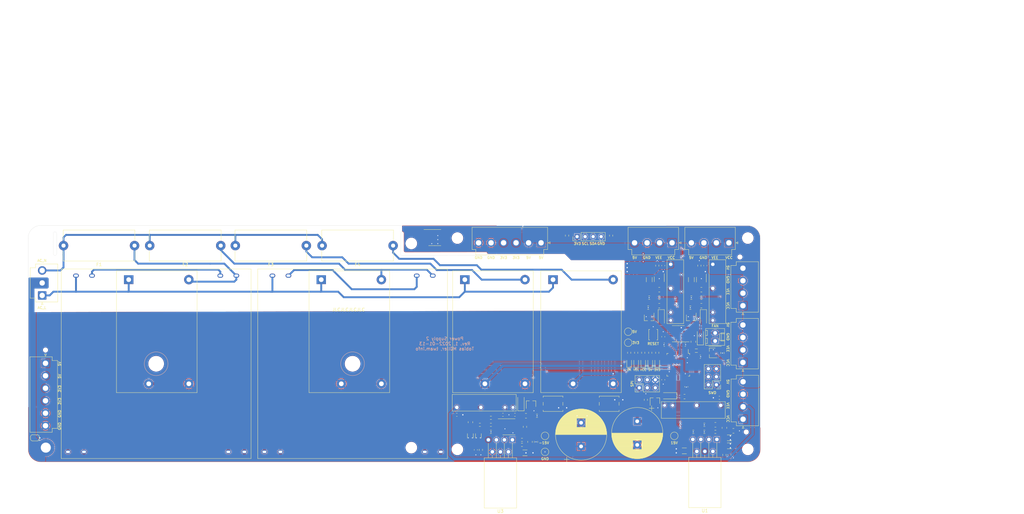
<source format=kicad_pcb>
(kicad_pcb (version 20211014) (generator pcbnew)
  (title_block (date "2022-01-13") (rev "1") (comment 1 "License: CC-BY-SA 4.0 ") (comment 2 "Author: Tobias Müller, twam.info"))
  (layers (0 "F.Cu" signal) (31 "B.Cu" signal) (34 "B.Paste" user) (35 "F.Paste" user) (36 "B.SilkS" user "B.Silkscreen") (37 "F.SilkS" user "F.Silkscreen") (38 "B.Mask" user) (39 "F.Mask" user) (44 "Edge.Cuts" user))
  (net 0 "")
  (net 1 "GND")
  (net 2 "Net-(C4-Pad2)")
  (net 3 "Net-(C8-Pad2)")
  (net 4 "Net-(R2-Pad2)")
  (net 5 "Net-(R8-Pad2)")
  (net 6 "Earth")
  (net 7 "/Negative Supply/-15V")
  (net 8 "/Digital Supply/5V")
  (net 9 "/Digital Supply/3V3")
  (net 10 "Net-(D1-Pad2)")
  (net 11 "Net-(D2-Pad1)")
  (net 12 "Net-(D3-Pad2)")
  (net 13 "/Microcontroller/~{RESET}")
  (net 14 "/Microcontroller/3V3A")
  (net 15 "Net-(D1-Pad1)")
  (net 16 "Net-(D2-Pad2)")
  (net 17 "Net-(D3-Pad1)")
  (net 18 "/Microcontroller/SWDIO")
  (net 19 "/Microcontroller/SWCLK")
  (net 22 "Net-(K3-Pad14)")
  (net 23 "/Digital Supply/ENABLE_5V0")
  (net 24 "/Microcontroller/FAN")
  (net 25 "Net-(D12-Pad2)")
  (net 26 "Net-(R25-Pad2)")
  (net 27 "Net-(R26-Pad1)")
  (net 28 "Net-(R29-Pad1)")
  (net 29 "Net-(R30-Pad1)")
  (net 30 "/Digital Supply/ADC_U_5V0")
  (net 31 "/Microcontroller/SDA")
  (net 32 "/Digital Supply/ADC_I_5V0")
  (net 33 "/Microcontroller/SPI_NSS")
  (net 34 "/Microcontroller/SPI_SCK")
  (net 35 "/Microcontroller/SPI1_MISO")
  (net 36 "/Microcontroller/SPI1_MOSI")
  (net 37 "/AC_L")
  (net 38 "/AC_N")
  (net 39 "/Positive Supply/15V")
  (net 40 "Net-(D4-Pad1)")
  (net 41 "Net-(D5-Pad3)")
  (net 42 "Net-(D6-Pad3)")
  (net 43 "Net-(D7-Pad2)")
  (net 48 "/Microcontroller/LED3")
  (net 49 "/Microcontroller/LED1")
  (net 50 "/Microcontroller/LED2")
  (net 51 "/Microcontroller/LED5")
  (net 52 "/Microcontroller/LED4")
  (net 57 "Net-(F1-Pad2)")
  (net 58 "Net-(D9-Pad2)")
  (net 59 "Net-(D11-Pad2)")
  (net 60 "Net-(K4-Pad14)")
  (net 61 "/Digital Supply/ENABLE_3V3")
  (net 62 "Net-(R13-Pad1)")
  (net 63 "Net-(R19-Pad1)")
  (net 64 "/Digital Supply/ADC_U_3V3")
  (net 65 "/Digital Supply/ADC_I_3V3")
  (net 66 "Net-(F3-Pad2)")
  (net 67 "Net-(F4-Pad2)")
  (net 70 "/Microcontroller/SCL")
  (net 71 "Net-(F2-Pad2)")
  (net 73 "Net-(T1-Pad2)")
  (net 74 "Net-(T2-Pad2)")
  (net 75 "/3V3")
  (net 76 "/Negative Supply/VEE_OUT")
  (net 78 "Net-(D4-Pad2)")
  (net 79 "Net-(D5-Pad2)")
  (net 80 "Net-(D6-Pad2)")
  (net 81 "Net-(D8-Pad2)")
  (net 82 "Net-(D10-Pad2)")
  (net 83 "/5V")
  (net 84 "/VEE")
  (net 85 "/Negative Supply/VEE_PRE_RELAIS")
  (net 86 "/Microcontroller/ENABLE_VEE")
  (net 87 "/Negative Supply/~{ADC_I_VEE}")
  (net 88 "/Negative Supply/~{ADC_U_VEE}")
  (net 89 "/Microcontroller/ADC_U_VEE")
  (net 90 "/Microcontroller/ADC_I_VEE")
  (net 91 "/Positive Supply/VCC_OUT")
  (net 92 "/VCC")
  (net 93 "/Positive Supply/VCC_PRE_RELAIS")
  (net 94 "/Microcontroller/ENABLE_VCC")
  (net 95 "/Microcontroller/ADC_T_VCC")
  (net 96 "/Microcontroller/ADC_I_VCC")
  (net 97 "/Microcontroller/ADC_U_VCC")
  (net 98 "Net-(R8-Pad1)")
  (footprint "Capacitor_SMD:C_0603_1608Metric" (layer "F.Cu") (at 240.17 135.2425 90)
    (fp_text reference "C4" hide)
    (fp_text value "100nF")
  )
  (footprint "Capacitor_SMD:C_1206_3216Metric" (layer "F.Cu") (at 158.09 129.21 -90)
    (fp_text reference "C6" hide)
    (fp_text value "10u/50V")
  )
  (footprint "Capacitor_SMD:C_0603_1608Metric" (layer "F.Cu") (at 159.8425 133.655 90)
    (fp_text reference "C8" hide)
    (fp_text value "100nF")
  )
  (footprint "Resistor_SMD:R_0805_2012Metric" (layer "F.Cu") (at 238.5825 126.67 -90)
    (fp_text reference "R1" hide)
    (fp_text value "0R")
  )
  (footprint "Resistor_SMD:R_0603_1608Metric" (layer "F.Cu") (at 235.725 127.94 180)
    (fp_text reference "R2" hide)
    (fp_text value "2k4")
  )
  (footprint "Resistor_SMD:R_0805_2012Metric" (layer "F.Cu") (at 241.44 127.6225)
    (fp_text reference "R5" hide)
    (fp_text value "3k3")
  )
  (footprint "Resistor_SMD:R_0603_1608Metric" (layer "F.Cu") (at 232.2325 127.94 180)
    (fp_text reference "R6" hide)
    (fp_text value "11k")
  )
  (footprint "Resistor_SMD:R_0603_1608Metric" (layer "F.Cu") (at 174.4475 130.48 180)
    (fp_text reference "R8" hide)
    (fp_text value "27k")
  )
  (footprint "Resistor_SMD:R_0603_1608Metric" (layer "F.Cu") (at 178.8925 131.115 90)
    (fp_text reference "R10" hide)
    (fp_text value "6k8")
  )
  (footprint "Package_TO_SOT_THT:TO-220-7_P2.54x3.8mm_StaggerOdd_Lead5.85mm_TabDown" (layer "F.Cu") (at 236.195 130.34 180)
    (fp_text reference "U1")
    (fp_text value "LT3081xR")
  )
  (footprint "Package_QFP:LQFP-48_7x7mm_P0.5mm" (layer "F.Cu") (at 223.9775 106.6675 -90)
    (fp_text reference "U2" hide)
    (fp_text value "STM32L031C4Tx")
  )
  (footprint "Package_TO_SOT_THT:TO-220-7_P2.54x3.8mm_StaggerOdd_Lead5.85mm_TabDown" (layer "F.Cu") (at 171.425 130.48 180)
    (fp_text reference "U3")
    (fp_text value "LT3091xR")
  )
  (footprint "MountingHole:MountingHole_3.2mm_M3_DIN965" (layer "F.Cu") (at 154 66.5)
    (fp_text reference "H3" hide)
    (fp_text value "MountingHole")
  )
  (footprint "MountingHole:MountingHole_3.2mm_M3_DIN965" (layer "F.Cu") (at 246 66.5)
    (fp_text reference "H4" hide)
    (fp_text value "MountingHole")
  )
  (footprint "MountingHole:MountingHole_3.2mm_M3_DIN965" (layer "F.Cu") (at 246 133.5)
    (fp_text reference "H5" hide)
    (fp_text value "MountingHole")
  )
  (footprint "Capacitor_SMD:C_1206_3216Metric" (layer "F.Cu") (at 240.17 129.845)
    (fp_text reference "C1" hide)
    (fp_text value "10u/50V")
  )
  (footprint "Resistor_SMD:R_0603_1608Metric" (layer "F.Cu") (at 228.74 127.94)
    (fp_text reference "R3" hide)
    (fp_text value "22k")
  )
  (footprint "Resistor_SMD:R_0603_1608Metric" (layer "F.Cu") (at 238.5825 135.2425 90)
    (fp_text reference "R4" hide)
    (fp_text value "270k")
  )
  (footprint "Connector_JST:JST_VH_B4P-VH_1x04_P3.96mm_Vertical" (layer "F.Cu") (at 222 68 180)
    (fp_text reference "J9" hide)
    (fp_text value "DAC2")
  )
  (footprint "Connector_JST:JST_VH_B4P-VH_1x04_P3.96mm_Vertical" (layer "F.Cu") (at 240 68 180)
    (fp_text reference "J8" hide)
    (fp_text value "DAC1")
  )
  (footprint "Connector_JST:JST_VH_B4P-VH_1x04_P3.96mm_Vertical" (layer "F.Cu") (at 244.45 87.94 90)
    (fp_text reference "J7" hide)
    (fp_text value "ADC2")
  )
  (footprint "Resistor_SMD:R_0805_2012Metric" (layer "F.Cu") (at 158.128 124.892 -90)
    (fp_text reference "R7" hide)
    (fp_text value "0R")
  )
  (footprint "TestPoint:TestPoint_Pad_D2.0mm" (layer "F.Cu") (at 181.75 134.29)
    (fp_text reference "TP4" hide)
    (fp_text value "GND")
  )
  (footprint "Resistor_SMD:R_0603_1608Metric" (layer "F.Cu") (at 161.43 133.655 90)
    (fp_text reference "R17" hide)
    (fp_text value "270k")
  )
  (footprint "MountingHole:MountingHole_3.2mm_M3_DIN965" (layer "F.Cu") (at 154 133.5)
    (fp_text reference "H6" hide)
    (fp_text value "MountingHole")
  )
  (footprint "Connector_JST:JST_VH_B4P-VH_1x04_P3.96mm_Vertical" (layer "F.Cu") (at 244.5 123.94 90)
    (fp_text reference "J10" hide)
    (fp_text value "DAC3")
  )
  (footprint "Jumper:SolderJumper-2_P1.3mm_Open_RoundedPad1.0x1.5mm" (layer "F.Cu") (at 20.1425 129.845)
    (fp_text reference "JP1" hide)
    (fp_text value "Jumper_2_Open")
  )
  (footprint "Capacitor_SMD:C_1206_3216Metric" (layer "F.Cu") (at 175.4 134.6075 180)
    (fp_text reference "C7" hide)
    (fp_text value "10u/50V")
  )
  (footprint "TestPoint:TestPoint_Pad_D2.0mm" (layer "F.Cu") (at 222.7075 129.21)
    (fp_text reference "TP1" hide)
    (fp_text value "15V")
  )
  (footprint "Capacitor_SMD:C_1206_3216Metric" (layer "F.Cu") (at 225.8825 133.9725)
    (fp_text reference "C3" hide)
    (fp_text value "10u/50V")
  )
  (footprint "Diode_SMD:D_MiniMELF" (layer "F.Cu") (at 174.13 118.7325 90)
    (fp_text reference "D2" hide)
    (fp_text value "LL4148")
  )
  (footprint "Diode_SMD:D_MiniMELF" (layer "F.Cu") (at 231.915 91.745 -90)
    (fp_text reference "D3" hide)
    (fp_text value "LL4148")
  )
  (footprint "LED_SMD:LED_0603_1608Metric" (layer "F.Cu") (at 208.42 106.0325 90)
    (fp_text reference "D7" hide)
    (fp_text value "green")
  )
  (footprint "LED_SMD:LED_0603_1608Metric" (layer "F.Cu") (at 210.6425 106.0325 90)
    (fp_text reference "D8" hide)
    (fp_text value "red")
  )
  (footprint "Resistor_SMD:R_0603_1608Metric" (layer "F.Cu") (at 232.2325 125.7175 180)
    (fp_text reference "R11" hide)
    (fp_text value "11k")
  )
  (footprint "Resistor_SMD:R_0603_1608Metric" (layer "F.Cu") (at 161.1125 125.7175)
    (fp_text reference "R12" hide)
    (fp_text value "39k")
  )
  (footprint "Capacitor_SMD:C_1206_3216Metric" (layer "F.Cu") (at 240.17 132.385)
    (fp_text reference "C2" hide)
    (fp_text value "10u/50V")
  )
  (footprint "Diode_SMD:D_MiniMELF" (layer "F.Cu") (at 220.995 116.51 180)
    (fp_text reference "D1" hide)
    (fp_text value "LL4148")
  )
  (footprint "Capacitor_SMD:C_1206_3216Metric" (layer "F.Cu") (at 160.63 129.21 -90)
    (fp_text reference "C5" hide)
    (fp_text value "10u/50V")
  )
  (footprint "MountingHole:MountingHole_JLCPCB" (layer "F.Cu") (at 243.5 72.5)
    (fp_text reference "H9" hide)
    (fp_text value "MountingHole")
  )
  (footprint "MountingHole:MountingHole_JLCPCB" (layer "F.Cu") (at 23.5 102)
    (fp_text reference "H10" hide)
    (fp_text value "MountingHole")
  )
  (footprint "MountingHole:MountingHole_JLCPCB" (layer "F.Cu") (at 245.5 128)
    (fp_text reference "H11" hide)
    (fp_text value "MountingHole")
  )
  (footprint "Connector_JST:JST_VH_B6P-VH_1x06_P3.96mm_Vertical" (layer "F.Cu") (at 180.5 68 180)
    (fp_text reference "J12" hide)
    (fp_text value "Frontpanel")
  )
  (footprint "TestPoint:TestPoint_Pad_D2.0mm" (layer "F.Cu") (at 181.75 129.21 90)
    (fp_text reference "TP5" hide)
    (fp_text value "-15V")
  )
  (footprint "Connector_JST:JST_VH_B6P-VH_1x06_P3.96mm_Vertical" (layer "F.Cu") (at 23.5 106.1975 -90)
    (fp_text reference "J11" hide)
    (fp_text value "Mainboard")
  )
  (footprint "Connector_JST:JST_VH_B4P-VH_1x04_P3.96mm_Vertical" (layer "F.Cu") (at 244.45 105.94 90)
    (fp_text reference "J6" hide)
    (fp_text value "ADC1")
  )
  (footprint "twam-Misc:PCN1xxx3MHZ,xxx" (layer "F.Cu") (at 234.909914 74.815 -90)
    (fp_text reference "K3" hide)
    (fp_text value "PCN1xxx3MHZ,xxx")
  )
  (footprint "Resistor_SMD:R_0805_2012Metric" (layer "F.Cu") (at 231.28 82.855 180)
    (fp_text reference "R31" hide)
    (fp_text value "0R")
  )
  (footprint "Resistor_SMD:R_0603_1608Metric" (layer "F.Cu") (at 237.9475 102.935 -90)
    (fp_text reference "R38" hide)
    (fp_text value "10k")
  )
  (footprint "Capacitor_SMD:C_0603_1608Metric" (layer "F.Cu") (at 168.415 122.5425)
    (fp_text reference "C22" hide)
    (fp_text value "100nF")
  )
  (footprint "twam-Misc:Converter_ACDC_TRACO_TMPS_10-xxx" (layer "F.Cu") (at 184.29 79.68 -90)
    (fp_text reference "PS4" hide)
    (fp_text value "TMPS_10-105")
  )
  (footprint "Package_SO:SOIC-8_3.9x4.9mm_P1.27mm" (layer "F.Cu") (at 146.825 66.345)
    (fp_text reference "U6" hide)
    (fp_text value "LM75B")
  )
  (footprint "MountingHole:MountingHole_3.2mm_M3_DIN965" (layer "F.Cu") (at 23.6 68.2)
    (fp_text reference "H1" hide)
    (fp_text value "MountingHole")
  )
  (footprint "Diode_SMD:D_MiniMELF" (layer "F.Cu") (at 218.58 91.745 -90)
    (fp_text reference "D4" hide)
    (fp_text value "LL4148")
  )
  (footprint "Resistor_SMD:R_0603_1608Metric" (layer "F.Cu") (at 217.945 85.395 180)
    (fp_text reference "R21" hide)
    (fp_text value "10k")
  )
  (footprint "Resistor_SMD:R_0603_1608Metric" (layer "F.Cu") (at 231.28 85.395 180)
    (fp_text reference "R32" hide)
    (fp_text value "10k")
  )
  (footprint "Fuse:Fuseholder_Cylinder-5x20mm_Schurter_0031_8201_Horizontal_Open" (layer "F.Cu") (at 83.6425 68.885)
    (fp_text reference "F3")
    (fp_text value "1.6A")
  )
  (footprint "Diode_SMD:D_MiniMELF" (layer "F.Cu") (at 230.9625 97.855 90)
    (fp_text reference "D12" hide)
    (fp_text value "LL4148")
  )
  (footprint "Resistor_SMD:R_0603_1608Metric" (layer "F.Cu") (at 230.645 75.235 90)
    (fp_text reference "R30" hide)
    (fp_text value "68k")
  )
  (footprint "Resistor_SMD:R_0603_1608Metric" (layer "F.Cu") (at 164.605 125.7175)
    (fp_text reference "R25" hide)
    (fp_text value "11k")
  )
  (footprint "Capacitor_SMD:C_0603_1608Metric" (layer "F.Cu") (at 232.55 75.235 90)
    (fp_text reference "C28" hide)
    (fp_text value "100nF")
  )
  (footprint "Capacitor_THT:CP_Radial_D16.0mm_P7.50mm" (layer "F.Cu") (at 210.96 124.587755 -90)
    (fp_text reference "C9" hide)
    (fp_text value "2200u/35V")
  )
  (footprint "twam-Misc:Converter_ACDC_TRACO_TMPS_10-xxx" (layer "F.Cu") (at 156.35 79.68 -90)
    (fp_text reference "PS3" hide)
    (fp_text value "TMPS_10-103")
  )
  (footprint "LED_SMD:LED_0603_1608Metric" (layer "F.Cu") (at 212.865 106.0325 90)
    (fp_text reference "D9" hide)
    (fp_text value "red")
  )
  (footprint "Resistor_SMD:R_0603_1608Metric" (layer "F.Cu") (at 213.6925 117.78 90)
    (fp_text reference "R16" hide)
    (fp_text value "10k")
  )
  (footprint "LED_SMD:LED_0603_1608Metric" (layer "F.Cu") (at 217.31 106.0325 90)
    (fp_text reference "D10" hide)
    (fp_text value "red")
  )
  (footprint "Package_TO_SOT_SMD:TSOT-23" (layer "F.Cu") (at 177.305 119.05 90)
    (fp_text reference "Q2" hide)
    (fp_text value "AO3400A")
  )
  (footprint "Capacitor_SMD:C_0603_1608Metric" (layer "F.Cu") (at 219.215 97.7775 -90)
    (fp_text reference "C29" hide)
    (fp_text value "100nF")
  )
  (footprint "Connector_PinHeader_2.54mm:PinHeader_1x04_P2.54mm_Vertical" (layer "F.Cu") (at 191.91 66.0275 90)
    (fp_text reference "J4" hide)
    (fp_text value "I2C")
  )
  (footprint "Capacitor_SMD:C_0603_1608Metric" (layer "F.Cu") (at 219.5325 100.3175)
    (fp_text reference "C30" hide)
    (fp_text value "100nF")
  )
  (footprint "Resistor_SMD:R_0603_1608Metric" (layer "F.Cu") (at 217.31 102.8575 -90)
    (fp_text reference "R43" hide)
    (fp_text value "5k6")
  )
  (footprint "Resistor_SMD:R_0603_1608Metric" (layer "F.Cu") (at 210.6425 102.8575 -90)
    (fp_text reference "R41" hide)
    (fp_text value "5k6")
  )
  (footprint "twam-Misc:Diode_Bridge_Bourns_CD-HD2xxx" (layer "F.Cu") (at 184.29 119.05 -90)
    (fp_text reference "D6" hide)
    (fp_text value "D_Bridge_+AA-")
  )
  (footprint "Resistor_SMD:R_0603_1608Metric" (layer "F.Cu") (at 214.4525 88.57 180)
    (fp_text reference "R40" hide)
    (fp_text value "10k")
  )
  (footprint "Resistor_SMD:R_0603_1608Metric" (layer "F.Cu") (at 214.77 85.395 180)
    (fp_text reference "R24" hide)
    (fp_text value "10k")
  )
  (footprint "Capacitor_SMD:C_0603_1608Metric" (layer "F.Cu") (at 219.215 111.43 90)
    (fp_text reference "C31" hide)
    (fp_text value "100nF")
  )
  (footprint "Resistor_SMD:R_0603_1608Metric" (layer "F.Cu") (at 202.705 65.71 -90)
    (fp_text reference "R36" hide)
    (fp_text value "5k6")
  )
  (footprint "Resistor_SMD:R_0805_2012Metric" (layer "F.Cu") (at 235.725 125.7175 180)
    (fp_text reference "R9" hide)
    (fp_text value "39k")
  )
  (footprint "twam-Misc:PCN1xxx3MHZ,xxx" (layer "F.Cu") (at 237.415 119.549914 180)
    (fp_text reference "K1" hide)
    (fp_text value "PCN1xxx3MHZ,xxx")
  )
  (footprint "twam-Misc:PCN1xxx3MHZ,xxx" (layer "F.Cu") (at 221.574914 74.815 -90)
    (fp_text reference "K4" hide)
    (fp_text value "PCN1xxx3MHZ,xxx")
  )
  (footprint "twam-Misc:Talema_7xxxx_15VA" (layer "F.Cu") (at 120.79 106.35 -90)
    (fp_text reference "T2" hide)
    (fp_text value "Transformer_2P_2S")
  )
  (footprint "Connector_PinHeader_2.54mm:PinHeader_2x03_P2.54mm_Vertical" (layer "F.Cu") (at 211.61 113.975 90)
    (fp_text reference "J3" hide)
    (fp_text value "SPI")
  )
  (footprint "Resistor_SMD:R_0603_1608Metric" (layer "F.Cu") (at 215.0875 102.8575 -90)
    (fp_text reference "R44" hide)
    (fp_text value "5k6")
  )
  (footprint "Resistor_SMD:R_0603_1608Metric" (layer "F.Cu") (at 208.42 102.8575 -90)
    (fp_text reference "R14" hide)
    (fp_text value "5k6")
  )
  (footprint "twam-Misc:Diode_Bridge_Bourns_CD-HD2xxx" (layer "F.Cu") (at 202.07 119.05 -90)
    (fp_text reference "D5" hide)
    (fp_text value "D_Bridge_+AA-")
  )
  (footprint "Connector_JST:JST_VH_B3P-VH_1x03_P3.96mm_Vertical" (layer "F.Cu") (at 22.45 84.6875 90)
    (fp_text reference "J5" hide)
    (fp_text value "AC")
  )
  (footprint "Fuse:Fuseholder_Cylinder-5x20mm_Schurter_0031_8201_Horizontal_Open" (layer "F.Cu") (at 111.1275 68.885)
    (fp_text reference "F4")
    (fp_text value "1.6A")
  )
  (footprint "Resistor_SMD:R_0603_1608Metric" (layer "F.Cu") (at 227.7875 88.57 180)
    (fp_text reference "R35" hide)
    (fp_text value "10k")
  )
  (footprint "Resistor_SMD:R_0603_1608Metric" (layer "F.Cu") (at 179.21 122.86)
    (fp_text reference "R23" hide)
    (fp_text value "10k")
  )
  (footprint "Capacitor_SMD:C_0603_1608Metric" (layer "F.Cu") (at 226.2 100.3175 180)
    (fp_text reference "C33" hide)
    (fp_text value "100nF")
  )
  (footprint "Resistor_SMD:R_0805_2012Metric" (layer "F.Cu") (at 231.28 87.935 180)
    (fp_text reference "R34" hide)
    (fp_text value "0R")
  )
  (footprint "Package_TO_SOT_SMD:SOT-23-5" (layer "F.Cu") (at 231.28 79.68 -90)
    (fp_text reference "U9" hide)
    (fp_text value "INA139")
  )
  (footprint "Package_TO_SOT_SMD:TSOT-23" (layer "F.Cu") (at 234.7725 102.935 180)
    (fp_text reference "Q4" hide)
    (fp_text value "AO3400A")
  )
  (footprint "Resistor_SMD:R_0603_1608Metric" (layer "F.Cu") (at 175.4 126.3525 -90)
    (fp_text reference "R28" hide)
    (fp_text value "6k8")
  )
  (footprint "Capacitor_SMD:C_0805_2012Metric" (layer "F.Cu") (at 228.74 99.365 90)
    (fp_text reference "C34" hide)
    (fp_text value "4u7")
  )
  (footprint "Capacitor_SMD:C_0603_1608Metric" (layer "F.Cu") (at 153.81 122.5425 180)
    (fp_text reference "C20" hide)
    (fp_text value "100nF")
  )
  (footprint "Capacitor_SMD:C_0603_1608Metric" (layer "F.Cu") (at 236.995 117.145)
    (fp_text reference "C19" hide)
    (fp_text value "100nF")
  )
  (footprint "Connector_PinHeader_2.54mm:PinHeader_2x03_P2.54mm_Vertical" (layer "F.Cu") (at 236.0425 113.0175 180)
    (fp_text reference "J1" hide)
    (fp_text value "SWD")
  )
  (footprint "twam-Misc:Talema_7xxxx_15VA" (layer "F.Cu") (at 58.56 106.35 -90)
    (fp_text reference "T1" hide)
    (fp_text value "Transformer_2P_2S")
  )
  (footprint "Resistor_SMD:R_0603_1608Metric" (layer "F.Cu") (at 188.735 65.71 -90)
    (fp_text reference "R39" hide)
    (fp_text value "5k6")
  )
  (footprint "Fuse:Fuseholder_Cylinder-5x20mm_Schurter_0031_8201_Horizontal_Open" (layer "F.Cu") (at 56.5175 68.885)
    (fp_text reference "F2")
    (fp_text value "1.6A")
  )
  (footprint "Resistor_SMD:R_0603_1608Metric" (layer "F.Cu") (at 164.605 127.94)
    (fp_text reference "R18" hide)
    (fp_text value "11k NP")
  )
  (footprint "Resistor_SMD:R_0805_2012Metric" (layer "F.Cu") (at 225.948 116.764)
    (fp_text reference "R15" hide)
    (fp_text value "0R")
  )
  (footprint "Resistor_SMD:R_0805_2012Metric" (layer "F.Cu") (at 217.945 82.855 180)
    (fp_text reference "R20" hide)
    (fp_text value "0R")
  )
  (footprint "Package_SO:SOIC-8_3.9x4.9mm_P1.27mm" (layer "F.Cu") (at 170.32 126.3525)
    (fp_text reference "U7" hide)
    (fp_text value "NE5532")
  )
  (footprint "Capacitor_SMD:C_0603_1608Metric" (layer "F.Cu") (at 226.5175 113.6525 90)
    (fp_text reference "C32" hide)
    (fp_text value "100nF")
  )
  (footprint "MountingHole:MountingHole_3.2mm_M3_DIN965" (layer "F.Cu") (at 139.4 68.2)
    (fp_text reference "H2" hide)
    (fp_text value "MountingHole")
  )
  (footprint "Resistor_SMD:R_0805_2012Metric" (layer "F.Cu") (at 217.945 87.935 180)
    (fp_text reference "R37" hide)
    (fp_text value "0R")
  )
  (footprint "Button_Switch_SMD:SW_SPST_B3U-1000P" (layer "F.Cu") (at 216.04 97.1425 -90)
    (fp_text reference "SW1" hide)
    (fp_text value "RESET")
  )
  (footprint "Resistor_SMD:R_0603_1608Metric" (layer "F.Cu") (at 174.4475 132.0675)
    (fp_text reference "R45" hide)
    (fp_text value "1k5")
  )
  (footprint "twam-Misc:PCN1xxx3MHZ,xxx" (layer "F.Cu") (at 153.81 120.182586)
    (fp_text reference "K2" hide)
    (fp_text value "PCN1xxx3MHZ,xxx")
  )
  (footprint "twam-Misc:Converter_ACDC_TRACO_TMPS_10-xxx" (layer "F.Cu") (at 110.86 79.68 -90)
    (fp_text reference "PS2" hide)
    (fp_text value "TMPS_10-115")
  )
  (footprint "Resistor_SMD:R_0603_1608Metric" (layer "F.Cu") (at 228.105 85.395 180)
    (fp_text reference "R33" hide)
    (fp_text value "10k")
  )
  (footprint "MountingHole:MountingHole_3.2mm_M3_DIN965_Pad" (layer "F.Cu") (at 23.6 132.95)
    (fp_text reference "H8" hide)
    (fp_text value "Hole")
  )
  (footprint "Package_TO_SOT_SMD:TSOT-23" (layer "F.Cu") (at 214.77 91.745 -90)
    (fp_text reference "Q5" hide)
    (fp_text value "AO3400A")
  )
  (footprint "Package_TO_SOT_SMD:SOT-23-5" (layer "F.Cu") (at 217.945 79.5475 -90)
    (fp_text reference "U5" hide)
    (fp_text value "INA139")
  )
  (footprint "Package_TO_SOT_SMD:TSOT-23" (layer "F.Cu") (at 228.105 91.745 -90)
    (fp_text reference "Q3" hide)
    (fp_text value "AO3400A")
  )
  (footprint "Resistor_SMD:R_1206_3216Metric" (layer "F.Cu") (at 228.105 79.68 90)
    (fp_text reference "R29" hide)
    (fp_text value "0R01")
  )
  (footprint "Capacitor_SMD:C_0603_1608Metric" (layer "F.Cu") (at 230.9625 104.1275 180)
    (fp_text reference "C12" hide)
    (fp_text value "100nF")
  )
  (footprint "Resistor_SMD:R_0603_1608Metric" (layer "F.Cu") (at 217.31 75.235 90)
    (fp_text reference "R19" hide)
    (fp_text value "68k")
  )
  (footprint "Package_SO:SOIC-8_3.9x4.9mm_P1.27mm" (layer "F.Cu") (at 223.9775 96.825 180)
    (fp_text reference "U10" hide)
    (fp_text value "MCP6002-xSN")
  )
  (footprint "MountingHole:MountingHole_3.2mm_M3_DIN965" (layer "F.Cu") (at 139.4 132.95)
    (fp_text reference "H7" hide)
    (fp_text value "MountingHole")
  )
  (footprint "Connector_Molex:Molex_KK-254_AE-6410-02A_1x02_P2.54mm_Vertical" (layer "F.Cu") (at 235.6475 99.125 90)
    (fp_text reference "J2" hide)
    (fp_text value "FAN")
  )
  (footprint "Resistor_SMD:R_0805_2012Metric" (layer "F.Cu") (at 175.7175 122.86)
    (fp_text reference "R22" hide)
    (fp_text value "0R")
  )
  (footprint "TestPoint:TestPoint_Pad_D2.0mm" (layer "F.Cu") (at 208.1025 96.19 -90)
    (fp_text reference "TP7" hide)
    (fp_text value "5V")
  )
  (footprint "LED_SMD:LED_0603_1608Metric" (layer "F.Cu") (at 215.0875 106.0325 90)
    (fp_text reference "D11" hide)
    (fp_text value "red")
  )
  (footprint "Resistor_SMD:R_1206_3216Metric" (layer "F.Cu") (at 214.77 79.68 90)
    (fp_text reference "R13" hide)
    (fp_text value "0R01")
  )
  (footprint "TestPoint:TestPoint_Pad_D2.0mm" (layer "F.Cu") (at 208.1025 99.6825 -90)
    (fp_text reference "TP3" hide)
    (fp_text value "3V3")
  )
  (footprint "Capacitor_THT:CP_Radial_D16.0mm_P7.50mm" (layer "F.Cu") (at 193.18 132.562246 90)
    (fp_text reference "C10" hide)
    (fp_text value "2200u/35V")
  )
  (footprint "Capacitor_SMD:C_0603_1608Metric" (layer "F.Cu") (at 172.225 122.5425)
    (fp_text reference "C21" hide)
    (fp_text value "100nF")
  )
  (footprint "twam-Misc:Converter_ACDC_TRACO_TMPS_10-xxx" (layer "F.Cu") (at 49.86 79.68 -90)
    (fp_text reference "PS1" hide)
    (fp_text value "TMPS_10-115")
  )
  (footprint "Package_TO_SOT_SMD:TSOT-23" (layer "F.Cu") (at 216.55 118.0975 90)
    (fp_text reference "Q1" hide)
    (fp_text value "AO3400A")
  )
  (footprint "Resistor_SMD:R_0603_1608Metric" (layer "F.Cu") (at 212.865 102.8575 -90)
    (fp_text reference "R42" hide)
    (fp_text value "5k6")
  )
  (footprint "Capacitor_SMD:C_0603_1608Metric" (layer "F.Cu") (at 219.215 75.235 90)
    (fp_text reference "C11" hide)
    (fp_text value "100nF")
  )
  (footprint "Resistor_SMD:R_0603_1608Metric" (layer "F.Cu") (at 164.605 123.495)
    (fp_text reference "R27" hide)
    (fp_text value "11k")
  )
  (footprint "Fuse:Fuseholder_Cylinder-5x20mm_Schurter_0031_8201_Horizontal_Open" (layer "F.Cu") (at 29.2125 68.885)
    (fp_text reference "F1")
    (fp_text value "1.6A")
  )
  (footprint "Inductor_SMD:L_0805_2012Metric" (layer "F.Cu") (at 229.6925 102.2225)
    (fp_text reference "L5" hide)
    (fp_text value "600R/100M")
  )
  (footprint "Resistor_SMD:R_0805_2012Metric" (layer "F.Cu") (at 176.9875 131.115 -90)
    (fp_text reference "R26" hide)
    (fp_text value "0R")
  )
  (gr_line (start 22 62.5) (end 246 62.5) (layer "Edge.Cuts") (width 0.05))
  (gr_arc (start 26 65) (mid 26.5 64.5) (end 27 65) (layer "Edge.Cuts") (width 0.0381))
  (gr_arc (start 27 71.5) (mid 26.5 72) (end 26 71.5) (layer "Edge.Cuts") (width 0.0381))
  (gr_arc (start 22 137.5) (mid 19.171573 136.328427) (end 18 133.5) (layer "Edge.Cuts") (width 0.05))
  (gr_arc (start 246 62.5) (mid 248.828427 63.671573) (end 250 66.5) (layer "Edge.Cuts") (width 0.05))
  (gr_line (start 136 71.5) (end 136 65) (layer "Edge.Cuts") (width 0.0381))
  (gr_arc (start 18 66.5) (mid 19.171573 63.671573) (end 22 62.5) (layer "Edge.Cuts") (width 0.05))
  (gr_line (start 137.5 71) (end 163 70.968) (layer "Edge.Cuts") (width 0.0381))
  (gr_arc (start 136.5 72) (mid 136.146447 71.853553) (end 136 71.5) (layer "Edge.Cuts") (width 0.0381))
  (gr_line (start 136.5 72) (end 163 71.968) (layer "Edge.Cuts") (width 0.0381))
  (gr_line (start 18 133.5) (end 18 66.5) (layer "Edge.Cuts") (width 0.05))
  (gr_line (start 27 71.5) (end 27 65) (layer "Edge.Cuts") (width 0.0381))
  (gr_line (start 137 70.5) (end 137 65) (layer "Edge.Cuts") (width 0.0381))
  (gr_line (start 26 71.5) (end 26 65) (layer "Edge.Cuts") (width 0.0381))
  (gr_arc (start 137.5 71) (mid 137.146447 70.853553) (end 137 70.5) (layer "Edge.Cuts") (width 0.0381))
  (gr_line (start 246 137.5) (end 22 137.5) (layer "Edge.Cuts") (width 0.05))
  (gr_arc (start 250 133.5) (mid 248.828427 136.328427) (end 246 137.5) (layer "Edge.Cuts") (width 0.05))
  (gr_arc (start 136 65) (mid 136.5 64.5) (end 137 65) (layer "Edge.Cuts") (width 0.0381))
  (gr_arc (start 163 70.968) (mid 163.5 71.468) (end 163 71.968) (layer "Edge.Cuts") (width 0.0381))
  (gr_line (start 250 66.5) (end 250 133.5) (layer "Edge.Cuts") (width 0.05))
  (gr_text "Power Supply 2\nRev. 1, 2022-01-13\nTobias Müller, twam.info" (at 150 100) (layer "B.SilkS") (effects (font (size 1 1)) (justify mirror)))
  (gr_text "GND" (at 27.95 126.15 90) (layer "F.SilkS") (effects (font (size 0.8 0.8))))
  (gr_text "GND" (at 239.6875 115.875 270) (layer "F.SilkS") (effects (font (size 0.8 0.8))))
  (gr_text "SCL" (at 194.5 68.25) (layer "F.SilkS") (effects (font (size 0.8 0.8))))
  (gr_text "5V" (at 228.105 72.695) (layer "F.SilkS") (effects (font (size 0.8 0.8))))
  (gr_text "GND" (at 231.915 72.695) (layer "F.SilkS") (effects (font (size 0.8 0.8))))
  (gr_text "JLCJLCJLCJLC" (at 119.52 89.205) (layer "F.SilkS") (effects (font (size 1 1))))
  (gr_text "VCC" (at 240.005 72.695) (layer "F.SilkS") (effects (font (size 0.8 0.8))))
  (gr_text "3V3" (at 172.58 72.695) (layer "F.SilkS") (effects (font (size 0.8 0.8))))
  (gr_text "GND" (at 199.53 68.25) (layer "F.SilkS") (effects (font (size 0.8 0.8))))
  (gr_text "5V" (at 210.16 72.695) (layer "F.SilkS") (effects (font (size 0.8 0.8))))
  (gr_text "SWD" (at 234.7725 115.5575) (layer "F.SilkS") (effects (font (size 0.8 0.8))))
  (gr_text "VCC" (at 212.865 108.255) (layer "F.SilkS") (effects (font (size 0.7 0.7) (thickness 0.12))))
  (gr_text "5V" (at 176.54 72.695) (layer "F.SilkS") (effects (font (size 0.8 0.8))))
  (gr_text "3V3" (at 27.95 114.27 90) (layer "F.SilkS") (effects (font (size 0.8 0.8))))
  (gr_text "RESET" (at 217.945 100) (layer "F.SilkS") (effects (font (size 0.8 0.8)) (justify right)))
  (gr_text "AC_L" (at 22.365 88.57) (layer "F.SilkS") (effects (font (size 0.8 0.8))))
  (gr_text "3V3" (at 217.31 108.255) (layer "F.SilkS") (effects (font (size 0.7 0.7) (thickness 0.12))))
  (gr_text "VCC" (at 239.6875 123.8125 270) (layer "F.SilkS") (effects (font (size 0.8 0.8))))
  (gr_text "3V3" (at 192 68.25) (layer "F.SilkS") (effects (font (size 0.8 0.8))))
  (gr_text "GND" (at 27.95 122.19 90) (layer "F.SilkS") (effects (font (size 0.8 0.8))))
  (gr_text "5V" (at 215.0875 108.255) (layer "F.SilkS") (effects (font (size 0.7 0.7) (thickness 0.12))))
  (gr_text "GND" (at 160.7 72.695) (layer "F.SilkS") (effects (font (size 0.8 0.8))))
  (gr_text "5V" (at 239.6875 93.9675 270) (layer "F.SilkS") (effects (font (size 0.8 0.8))))
  (gr_text "GND" (at 239.6875 79.68 270) (layer "F.SilkS") (effects (font (size 0.8 0.8))))
  (gr_text "SDA" (at 197 68.25) (layer "F.SilkS") (effects (font (size 0.8 0.8))))
  (gr_text "VCC" (at 239.6875 87.935 270) (layer "F.SilkS") (effects (font (size 0.8 0.8))))
  (gr_text "AC_N" (at 22.365 73.6475) (layer "F.SilkS") (effects (font (size 0.8 0.8))))
  (gr_text "15V" (at 222.7075 131.4325) (layer "F.SilkS") (effects (font (size 0.8 0.8))))
  (gr_text "5V" (at 239.6875 75.87 270) (layer "F.SilkS") (effects (font (size 0.8 0.8))))
  (gr_text "VEE" (at 239.6875 83.49 270) (layer "F.SilkS") (effects (font (size 0.8 0.8))))
  (gr_text "VCC" (at 221.755 72.695) (layer "F.SilkS") (effects (font (size 0.8 0.8))))
  (gr_text "5V" (at 180.5 72.695) (layer "F.SilkS") (effects (font (size 0.8 0.8))))
  (gr_text "GND" (at 164.66 72.695) (layer "F.SilkS") (effects (font (size 0.8 0.8))))
  (gr_text "FAN" (at 235.6275 94.3625) (layer "F.SilkS") (effects (font (size 0.8 0.8))))
  (gr_text "-15V" (at 181.4325 131.4325) (layer "F.SilkS") (effects (font (size 0.8 0.8))))
  (gr_text "5V" (at 239.6875 112.065 270) (layer "F.SilkS") (effects (font (size 0.8 0.8))))
  (gr_text "5V" (at 27.95 106.35 90) (layer "F.SilkS") (effects (font (size 0.8 0.8))))
  (gr_text "GND" (at 181.75 136.5125) (layer "F.SilkS") (effects (font (size 0.8 0.8))))
  (gr_text "5V" (at 209.3025 96.19) (layer "F.SilkS") (effects (font (size 0.8 0.8)) (justify left)))
  (gr_text "OK" (at 208.42 108.255) (layer "F.SilkS") (effects (font (size 0.7 0.7) (thickness 0.12))))
  (gr_text "GND" (at 239.6875 97.7775 270) (layer "F.SilkS") (effects (font (size 0.8 0.8))))
  (gr_text "SPI" (at 209.3725 112.7 90) (layer "F.SilkS") (effects (font (size 0.8 0.8))))
  (gr_text "VCC" (at 239.6875 106.0325 270) (layer "F.SilkS") (effects (font (size 0.8 0.8))))
  (gr_text "5V" (at 27.95 110.31 90) (layer "F.SilkS") (effects (font (size 0.8 0.8))))
  (gr_text "VEE" (at 239.6875 119.685 270) (layer "F.SilkS") (effects (font (size 0.8 0.8))))
  (gr_text "VEE" (at 217.78 72.695) (layer "F.SilkS") (effects (font (size 0.8 0.8))))
  (gr_text "3V3" (at 27.95 118.23 90) (layer "F.SilkS") (effects (font (size 0.8 0.8))))
  (gr_text "VEE" (at 210.6425 108.255) (layer "F.SilkS") (effects (font (size 0.7 0.7) (thickness 0.12))))
  (gr_text "VEE" (at 235.56 72.695) (layer "F.SilkS") (effects (font (size 0.8 0.8))))
  (gr_text "GND" (at 213.97 72.695) (layer "F.SilkS") (effects (font (size 0.8 0.8))))
  (gr_text "VEE" (at 239.6875 101.5875 270) (layer "F.SilkS") (effects (font (size 0.8 0.8))))
  (gr_text "3V3" (at 209.3025 99.6825) (layer "F.SilkS") (effects (font (size 0.8 0.8)) (justify left)))
  (gr_text "3V3" (at 168.62 72.695) (layer "F.SilkS") (effects (font (size 0.8 0.8))))
  (segment (start 241.1225 132.385) (end 240.4875 133.02) (width 0.6) (layer "F.Cu") (net 1))
  (segment (start 213.6275 88.57) (end 214.451 88.57) (width 0.2) (layer "F.Cu") (net 1))
  (segment (start 205.02 117.8) (end 206.368 117.8) (width 1) (layer "F.Cu") (net 1))
  (segment (start 160.63 130.48) (end 159.995 129.845) (width 0.4) (layer "F.Cu") (net 1))
  (segment (start 160.63 130.48) (end 161.265 129.845) (width 0.4) (layer "F.Cu") (net 1))
  (segment (start 235.17 101.985) (end 235.09 101.905) (width 0.2) (layer "F.Cu") (net 1))
  (segment (start 219.215 112.205) (end 219.215 112.79546) (width 0.2) (layer "F.Cu") (net 1))
  (segment (start 213.6925 116.955) (end 213.6925 115.875) (width 0.2) (layer "F.Cu") (net 1))
  (segment (start 149.3 65.71) (end 147.7775 65.71) (width 0.2) (layer "F.Cu") (net 1))
  (segment (start 223.9775 133.9725) (end 223.3425 134.6075) (width 0.6) (layer "F.Cu") (net 1))
  (segment (start 241.2625 136.0175) (end 241.44 136.195) (width 0.2) (layer "F.Cu") (net 1))
  (segment (start 217.5 120) (end 217.5 119.09) (width 0.2) (layer "F.Cu") (net 1))
  (segment (start 241.1225 129.845) (end 240.4875 129.21) (width 0.6) (layer "F.Cu") (net 1))
  (segment (start 213.82 91.425) (end 213.8175 91.4275) (width 0.4) (layer "F.Cu") (net 1))
  (segment (start 226.975 100.3175) (end 226.3015 100.3175) (width 0.2) (layer "F.Cu") (net 1))
  (segment (start 226.5175 114.4275) (end 226.5175 114.2875) (width 0.2) (layer "F.Cu") (net 1))
  (segment (start 238.5825 136.0675) (end 240.12 136.0675) (width 0.2) (layer "F.Cu") (net 1))
  (segment (start 187.24 120.3) (end 186.088 120.3) (width 1) (layer "F.Cu") (net 1))
  (segment (start 231.7375 104.1275) (end 231.064 104.1275) (width 0.2) (layer "F.Cu") (net 1))
  (segment (start 176.875 134.6075) (end 175.7175 134.6075) (width 0.6) (layer "F.Cu") (net 1))
  (segment (start 176.875 134.6075) (end 177.94 134.6075) (width 0.6) (layer "F.Cu") (net 1))
  (segment (start 167.845 126.9875) (end 169.05 126.9875) (width 0.2) (layer "F.Cu") (net 1))
  (segment (start 223.2275 102.505) (end 223.2275 103.29) (width 0.2) (layer "F.Cu") (net 1))
  (segment (start 230.645 74.41) (end 230.645 73.6475) (width 0.4) (layer "F.Cu") (net 1))
  (segment (start 171.275 122.5425) (end 170.32 122.5425) (width 0.4) (layer "F.Cu") (net 1))
  (segment (start 169.365 122.5425) (end 170.32 122.5425) (width 0.4) (layer "F.Cu") (net 1))
  (segment (start 160.63 130.685) (end 160.63 130.48) (width 0.4) (layer "F.Cu") (net 1))
  (segment (start 159.8425 134.43) (end 159.8425 135.2425) (width 0.2) (layer "F.Cu") (net 1))
  (segment (start 236.0825 101.985) (end 235.17 101.985) (width 0.2) (layer "F.Cu") (net 1))
  (segment (start 188.588 120.3) (end 188.608 120.32) (width 1) (layer "F.Cu") (net 1))
  (segment (start 213.82 90.435) (end 213.82 91.425) (width 0.4) (layer "F.Cu") (net 1))
  (segment (start 231.32 125.7175) (end 232.206 125.7175) (width 0.2) (layer "F.Cu") (net 1))
  (segment (start 228.14 105.9175) (end 226.95 105.9175) (width 0.2) (layer "F.Cu") (net 1))
  (segment (start 205.02 117.8) (end 203.868 117.8) (width 1) (layer "F.Cu") (net 1))
  (segment (start 226.2275 110.83) (end 226.2275 109.5525) (width 0.2) (layer "F.Cu") (net 1))
  (segment (start 227.8275 127.94) (end 228.7135 127.94) (width 0.2) (layer "F.Cu") (net 1))
  (segment (start 158.09 130.48) (end 158.725 129.845) (width 0.4) (layer "F.Cu") (net 1))
  (segment (start 144.35 68.25) (end 145.8725 68.25) (width 0.2) (layer "F.Cu") (net 1))
  (segment (start 178.255 120.36) (end 178.255 121.27) (width 0.4) (layer "F.Cu") (net 1))
  (segment (start 241.1225 129.845) (end 240.4875 130.48) (width 0.6) (layer "F.Cu") (net 1))
  (segment (start 228.14 104.4175) (end 226.8625 104.4175) (width 0.2) (layer "F.Cu") (net 1))
  (segment (start 241.1225 132.385) (end 240.4875 131.75) (width 0.6) (layer "F.Cu") (net 1))
  (segment (start 240.17 136.0175) (end 241.2625 136.0175) (width 0.2) (layer "F.Cu") (net 1))
  (segment (start 149.3 68.25) (end 147.7775 68.25) (width 0.2) (layer "F.Cu") (net 1))
  (segment (start 187.24 120.3) (end 188.588 120.3) (width 1) (layer "F.Cu") (net 1))
  (segment (start 231.28 78.5425) (end 231.28 79.3625) (width 0.4) (layer "F.Cu") (net 1))
  (segment (start 227.155 91.425) (end 227.1525 91.4275) (width 0.4) (layer "F.Cu") (net 1))
  (segment (start 216.04 95.4425) (end 216.04 94.6025) (width 0.2) (layer "F.Cu") (net 1))
  (segment (start 217.945 78.41) (end 217.945 79.3625) (width 0.4) (layer "F.Cu") (net 1))
  (segment (start 219.815 108.9175) (end 221.0925 108.9175) (width 0.2) (layer "F.Cu") (net 1))
  (segment (start 178.8925 130.29) (end 178.8925 131.1135) (width 0.2) (layer "F.Cu") (net 1))
  (segment (start 223.2275 103.29) (end 222.7075 103.81) (width 0.2) (layer "F.Cu") (net 1))
  (segment (start 186.088 120.3) (end 186.068 120.32) (width 1) (layer "F.Cu") (net 1))
  (segment (start 217.5025 120.32) (end 217.5 120) (width 0.2) (layer "F.Cu") (net 1))
  (segment (start 226.4525 94.92) (end 224.93 94.92) (width 0.2) (layer "F.Cu") (net 1))
  (segment (start 235.09 117.145) (end 236.22 117.145) (width 0.4) (layer "F.Cu") (net 1))
  (segment (start 223.9775 133.9725) (end 223.3425 133.3375) (width 0.6) (layer "F.Cu") (net 1))
  (segment (start 226.9625 88.57) (end 227.786 88.57) (width 0.2) (layer "F.Cu") (net 1))
  (segment (start 206.368 117.8) (end 206.388 117.78) (width 1) (layer "F.Cu") (net 1))
  (segment (start 237.9475 103.8475) (end 237.9475 102.9615) (width 0.2) (layer "F.Cu") (net 1))
  (segment (start 226.2275 109.5525) (end 226.2 109.525) (width 0.2) (layer "F.Cu") (net 1))
  (segment (start 149.3 66.98) (end 147.7775 66.98) (width 0.2) (layer "F.Cu") (net 1))
  (segment (start 242.3525 127.6225) (end 243.345 127.6225) (width 0.4) (layer "F.Cu") (net 1))
  (segment (start 226.5175 114.2875) (end 226.5175 113.754) (width 0.2) (layer "F.Cu") (net 1))
  (segment (start 219.215 76.01) (end 219.215 77.14) (width 0.4) (layer "F.Cu") (net 1))
  (segment (start 161.43 134.48) (end 161.43 135.2425) (width 0.2) (layer "F.Cu") (net 1))
  (segment (start 154.585 122.5425) (end 155.715 122.5425) (width 0.4) (layer "F.Cu") (net 1))
  (segment (start 218.7575 100.3175) (end 219.431 100.3175) (width 0.2) (layer "F.Cu") (net 1))
  (segment (start 229.0575 98.415) (end 229.0575 97.46) (width 0.2) (layer "F.Cu") (net 1))
  (segment (start 224.4075 133.9725) (end 223.9775 133.9725) (width 0.6) (layer "F.Cu") (net 1))
  (segment (start 226.95 105.9175) (end 226.835 106.0325) (width 0.2) (layer "F.Cu") (net 1))
  (segment (start 20.7925 129.845) (end 21.73 129.845) (width 0.6) (layer "F.Cu") (net 1))
  (segment (start 158.09 130.685) (end 158.09 130.48) (width 0.4) (layer "F.Cu") (net 1))
  (segment (start 232.55 76.01) (end 232.55 77.14) (width 0.4) (layer "F.Cu") (net 1))
  (segment (start 180.1225 122.86) (end 179.2365 122.86) (width 0.2) (layer "F.Cu") (net 1))
  (segment (start 231.32 127.94) (end 232.206 127.94) (width 0.2) (layer "F.Cu") (net 1))
  (segment (start 178.255 121.27) (end 178.2575 121.2725) (width 0.4) (layer "F.Cu") (net 1))
  (segment (start 172.795 128.2575) (end 171.59 128.2575) (width 0.2) (layer "F.Cu") (net 1))
  (segment (start 219.215 97.0025) (end 219.215 96.19) (width 0.2) (layer "F.Cu") (net 1))
  (segment (start 241.645 129.845) (end 241.1225 129.845) (width 0.6) (layer "F.Cu") (net 1))
  (segment (start 217.31 74.41) (end 217.31 73.6475) (width 0.4) (layer "F.Cu") (net 1))
  (segment (start 226.8625 104.4175) (end 226.835 104.445) (width 0.2) (layer "F.Cu") (net 1))
  (segment (start 227.28 85.395) (end 228.1035 85.395) (width 0.2) (layer "F.Cu") (net 1))
  (segment (start 213.945 85.395) (end 214.7435 85.395) (width 0.2) (layer "F.Cu") (net 1))
  (segment (start 241.645 132.385) (end 241.1225 132.385) (width 0.6) (layer "F.Cu") (net 1))
  (segment (start 240.12 136.0675) (end 240.17 136.0175) (width 0.2) (layer "F.Cu") (net 1))
  (segment (start 165.5175 127.94) (end 164.6315 127.94) (width 0.2) (layer "F.Cu") (net 1))
  (segment (start 227.155 90.435) (end 227.155 91.425) (width 0.4) (layer "F.Cu") (net 1))
  (segment (start 158.09 130.48) (end 157.455 129.845) (width 0.4) (layer "F.Cu") (net 1))
  (segment (start 203.868 117.8) (end 203.848 117.78) (width 1) (layer "F.Cu") (net 1))
  (segment (start 221.0925 108.9175) (end 221.12 108.89) (width 0.2) (layer "F.Cu") (net 1))
  (via (at 213.6925 115.875) (size 0.6) (drill 0.3) (layers "F.Cu" "B.Cu") (net 1))
  (via (at 228.7135 127.94) (size 0.6) (drill 0.3) (layers "F.Cu" "B.Cu") (net 1))
  (via (at 177.94 134.6075) (size 0.9) (drill 0.4) (layers "F.Cu" "B.Cu") (net 1))
  (via (at 241.44 136.195) (size 0.6) (drill 0.3) (layers "F.Cu" "B.Cu") (net 1))
  (via (at 178.8925 131.1135) (size 0.6) (drill 0.3) (layers "F.Cu" "B.Cu") (net 1))
  (via (at 223.3425 133.3375) (size 0.9) (drill 0.4) (layers "F.Cu" "B.Cu") (net 1))
  (via (at 232.206 125.7175) (size 0.6) (drill 0.3) (layers "F.Cu" "B.Cu") (net 1))
  (via (at 217.5025 120.32) (size 0.6) (drill 0.3) (layers "F.Cu" "B.Cu") (net 1))
  (via (at 147.7775 66.98) (size 0.6) (drill 0.3) (layers "F.Cu" "B.Cu") (net 1))
  (via (at 227.786 88.57) (size 0.6) (drill 0.3) (layers "F.Cu" "B.Cu") (net 1))
  (via (at 223.3425 134.6075) (size 0.9) (drill 0.4) (layers "F.Cu" "B.Cu") (net 1))
  (via (at 158.725 129.845) (size 0.6) (drill 0.3) (layers "F.Cu" "B.Cu") (net 1))
  (via (at 235.09 117.145) (size 0.9) (drill 0.4) (layers "F.Cu" "B.Cu") (net 1))
  (via (at 232.55 77.14) (size 0.9) (drill 0.4) (layers "F.Cu" "B.Cu") (net 1))
  (via (at 240.4875 133.02) (size 0.9) (drill 0.4) (layers "F.Cu" "B.Cu") (net 1))
  (via (at 219.215 112.79546) (size 0.6) (drill 0.3) (layers "F.Cu" "B.Cu") (net 1))
  (via (at 227.1525 91.4275) (size 0.6) (drill 0.3) (layers "F.Cu" "B.Cu") (net 1))
  (via (at 217.31 73.6475) (size 0.6) (drill 0.3) (layers "F.Cu" "B.Cu") (net 1))
  (via (at 219.215 96.19) (size 0.6) (drill 0.3) (layers "F.Cu" "B.Cu") (net 1))
  (via (at 164.6315 127.94) (size 0.6) (drill 0.3) (layers "F.Cu" "B.Cu") (net 1))
  (via (at 240.4875 130.48) (size 0.9) (drill 0.4) (layers "F.Cu" "B.Cu") (net 1))
  (via (at 228.1035 85.395) (size 0.6) (drill 0.3) (layers "F.Cu" "B.Cu") (net 1))
  (via (at 157.455 129.845) (size 0.6) (drill 0.3) (layers "F.Cu" "B.Cu") (net 1))
  (via (at 171.59 128.2575) (size 0.6) (drill 0.3) (layers "F.Cu" "B.Cu") (net 1))
  (via (at 206.388 117.78) (size 0.9) (drill 0.4) (layers "F.Cu" "B.Cu") (net 1))
  (via (at 240.4875 129.21) (size 0.9) (drill 0.4) (layers "F.Cu" "B.Cu") (net 1))
  (via (at 231.28 79.3625) (size 0.6) (drill 0.3) (layers "F.Cu" "B.Cu") (net 1))
  (via (at 181.75 134.29) (size 0.6) (drill 0.3) (layers "F.Cu" "B.Cu") (net 1))
  (via (at 226.835 104.445) (size 0.6) (drill 0.3) (layers "F.Cu" "B.Cu") (net 1))
  (via (at 203.848 117.78) (size 0.9) (drill 0.4) (layers "F.Cu" "B.Cu") (net 1))
  (via (at 229.0575 97.46) (size 0.6) (drill 0.3) (layers "F.Cu" "B.Cu") (net 1))
  (via (at 226.2 109.525) (size 0.6) (drill 0.3) (layers "F.Cu" "B.Cu") (net 1))
  (via (at 214.451 88.57) (size 0.6) (drill 0.3) (layers "F.Cu" "B.Cu") (net 1))
  (via (at 226.5175 113.754) (size 0.6) (drill 0.3) (layers "F.Cu" "B.Cu") (net 1))
  (via (at 179.2365 122.86) (size 0.6) (drill 0.3) (layers "F.Cu" "B.Cu") (net 1))
  (via (at 235.09 101.905) (size 0.6) (drill 0.3) (layers "F.Cu" "B.Cu") (net 1))
  (via (at 222.7075 103.81) (size 0.6) (drill 0.3) (layers "F.Cu" "B.Cu") (net 1))
  (via (at 219.215 77.14) (size 0.9) (drill 0.4) (layers "F.Cu" "B.Cu") (net 1))
  (via (at 21.73 129.845) (size 0.9) (drill 0.4) (layers "F.Cu" "B.Cu") (net 1))
  (via (at 147.7775 65.71) (size 0.6) (drill 0.3) (layers "F.Cu" "B.Cu") (net 1))
  (via (at 230.645 73.6475) (size 0.6) (drill 0.3) (layers "F.Cu" "B.Cu") (net 1))
  (via (at 178.2575 121.2725) (size 0.6) (drill 0.3) (layers "F.Cu" "B.Cu") (net 1))
  (via (at 237.9475 102.9615) (size 0.6) (drill 0.3) (layers "F.Cu" "B.Cu") (net 1))
  (via (at 213.8175 91.4275) (size 0.6) (drill 0.3) (layers "F.Cu" "B.Cu") (net 1))
  (via (at 159.995 129.845) (size 0.6) (drill 0.3) (layers "F.Cu" "B.Cu") (net 1))
  (via (at 214.7435 85.395) (size 0.6) (drill 0.3) (layers "F.Cu" "B.Cu") (net 1))
  (via (at 161.43 135.2425) (size 0.6) (drill 0.3) (layers "F.Cu" "B.Cu") (net 1))
  (via (at 169.05 126.9875) (size 0.6) (drill 0.3) (layers "F.Cu" "B.Cu") (net 1))
  (via (at 221.12 108.89) (size 0.6) (drill 0.3) (layers "F.Cu" "B.Cu") (net 1))
  (via (at 188.608 120.32) (size 0.9) (drill 0.4) (layers "F.Cu" "B.Cu") (net 1))
  (via (at 161.265 129.845) (size 0.6) (drill 0.3) (layers "F.Cu" "B.Cu") (net 1))
  (via (at 231.064 104.1275) (size 0.6) (drill 0.3) (layers "F.Cu" "B.Cu") (net 1))
  (via (at 145.8725 68.25) (size 0.6) (drill 0.3) (layers "F.Cu" "B.Cu") (net 1))
  (via (at 219.431 100.3175) (size 0.6) (drill 0.3) (layers "F.Cu" "B.Cu") (net 1))
  (via (at 240.4875 131.75) (size 0.9) (drill 0.4) (layers "F.Cu" "B.Cu") (net 1))
  (via (at 175.7175 134.6075) (size 0.9) (drill 0.4) (layers "F.Cu" "B.Cu") (net 1))
  (via (at 224.93 94.92) (size 0.9) (drill 0.4) (layers "F.Cu" "B.Cu") (net 1))
  (via (at 243.345 127.6225) (size 0.6) (drill 0.3) (layers "F.Cu" "B.Cu") (net 1))
  (via (at 217.945 79.3625) (size 0.6) (drill 0.3) (layers "F.Cu" "B.Cu") (net 1))
  (via (at 170.32 122.5425) (size 0.6) (drill 0.3) (layers "F.Cu" "B.Cu") (net 1))
  (via (at 186.068 120.32) (size 0.9) (drill 0.4) (layers "F.Cu" "B.Cu") (net 1))
  (via (at 226.3015 100.3175) (size 0.6) (drill 0.3) (layers "F.Cu" "B.Cu") (net 1))
  (via (at 232.206 127.94) (size 0.6) (drill 0.3) (layers "F.Cu" "B.Cu") (net 1))
  (via (at 159.8425 135.2425) (size 0.6) (drill 0.3) (layers "F.Cu" "B.Cu") (net 1))
  (via (at 147.7775 68.25) (size 0.6) (drill 0.3) (layers "F.Cu" "B.Cu") (net 1))
  (via (at 216.04 94.6025) (size 0.6) (drill 0.3) (layers "F.Cu" "B.Cu") (net 1))
  (via (at 226.835 106.0325) (size 0.6) (drill 0.3) (layers "F.Cu" "B.Cu") (net 1))
  (via (at 155.715 122.5425) (size 0.9) (drill 0.4) (layers "F.Cu" "B.Cu") (net 1))
  (segment (start 145.8725 68.25) (end 147.7775 68.25) (width 0.2) (layer "B.Cu") (net 1))
  (segment (start 199.53 66.0275) (end 199.53 69.53) (width 0.4) (layer "B.Cu") (net 1))
  (segment (start 212.08 70) (end 214.08 68) (width 0.4) (layer "B.Cu") (net 1))
  (segment (start 200 70) (end 212.08 70) (width 0.4) (layer "B.Cu") (net 1))
  (segment (start 199.53 69.53) (end 200 70) (width 0.4) (layer "B.Cu") (net 1))
  (segment (start 147.7775 65.71) (end 147.7775 68.25) (width 0.2) (layer "B.Cu") (net 1))
  (segment (start 238.5825 134.4175) (end 240.12 134.4175) (width 0.2) (layer "F.Cu") (net 2))
  (segment (start 236.6225 134.4175) (end 238.5825 134.4175) (width 0.2) (layer "F.Cu") (net 2))
  (segment (start 238.9375 134.61) (end 238.9 134.6475) (width 0.2) (layer "F.Cu") (net 2))
  (segment (start 240.12 134.4175) (end 240.17 134.4675) (width 0.2) (layer "F.Cu") (net 2))
  (segment (start 236.6225 134.4175) (end 236.345 134.14) (width 0.2) (layer "F.Cu") (net 2))
  (segment (start 234.925 134.14) (end 236.345 134.14) (width 0.2) (layer "F.Cu") (net 2))
  (segment (start 161.43 132.83) (end 159.8925 132.83) (width 0.2) (layer "F.Cu") (net 3))
  (segment (start 165.71 130.48) (end 166.345 130.48) (width 0.2) (layer "F.Cu") (net 3))
  (segment (start 159.8925 132.83) (end 159.8425 132.88) (width 0.2) (layer "F.Cu") (net 3))
  (segment (start 163.4475 132.7425) (end 163.72875 132.46125) (width 0.2) (layer "F.Cu") (net 3))
  (segment (start 163.72875 132.46125) (end 165.71 130.48) (width 0.2) (layer "F.Cu") (net 3))
  (segment (start 163.36 132.83) (end 163.72875 132.46125) (width 0.2) (layer "F.Cu") (net 3))
  (segment (start 161.43 132.83) (end 163.36 132.83) (width 0.2) (layer "F.Cu") (net 3))
  (segment (start 234.7725 128.9175) (end 234.7725 127.94) (width 0.2) (layer "F.Cu") (net 4))
  (segment (start 236.195 130.34) (end 234.7725 128.9175) (width 0.2) (layer "F.Cu") (net 4))
  (segment (start 171.425 130.48) (end 173.6225 130.48) (width 0.2) (layer "F.Cu") (net 5))
  (segment (start 19.4925 131.735) (end 19.4925 129.845) (width 0.6) (layer "F.Cu") (net 6))
  (segment (start 23.6 132.95) (end 20.7075 132.95) (width 0.6) (layer "F.Cu") (net 6))
  (segment (start 20.7075 132.95) (end 19.4925 131.735) (width 0.6) (layer "F.Cu") (net 6))
  (segment (start 176.9875 136.195) (end 189.497 136.195) (width 1) (layer "F.Cu") (net 7))
  (segment (start 169.685 124.638599) (end 169.685 127.94) (width 0.4) (layer "F.Cu") (net 7))
  (segment (start 167.465 122.5425) (end 167.588901 122.5425) (width 0.4) (layer "F.Cu") (net 7))
  (segment (start 167.907 136.195) (end 167.615 135.903) (width 1) (layer "F.Cu") (net 7))
  (segment (start 190.64 129.21) (end 190.64 127.602246) (width 1) (layer "F.Cu") (net 7))
  (segment (start 176.9875 136.195) (end 167.907 136.195) (width 1) (layer "F.Cu") (net 7))
  (segment (start 169.685 124.7625) (end 169.3675 124.445) (width 0.2) (layer "F.Cu") (net 7))
  (segment (start 193.16 117.8) (end 187.24 117.8) (width 1) (layer "F.Cu") (net 7))
  (segment (start 169.685 128.2575) (end 169.685 127.94) (width 0.4) (layer "F.Cu") (net 7))
  (segment (start 189.497 136.195) (end 190.0685 135.6235) (width 1) (layer "F.Cu") (net 7))
  (segment (start 193.18 117.82) (end 193.18 125.062246) (width 1) (layer "F.Cu") (net 7))
  (segment (start 167.465 122.5425) (end 169.3675 124.445) (width 0.2) (layer "F.Cu") (net 7))
  (segment (start 190.0685 135.6235) (end 190.64 135.052) (width 1) (layer "F.Cu") (net 7))
  (segment (start 190.64 127.602246) (end 193.18 125.062246) (width 1) (layer "F.Cu") (net 7))
  (segment (start 168.7325 132.0675) (end 168.57375 131.90875) (width 0.2) (layer "F.Cu") (net 7))
  (segment (start 168.57375 131.90875) (end 167.615 132.8675) (width 0.4) (layer "F.Cu") (net 7))
  (segment (start 168.885 130.48) (end 168.885 131.5975) (width 0.4) (layer "F.Cu") (net 7))
  (segment (start 193.18 105.08) (end 193.18 117.78) (width 1) (layer "F.Cu") (net 7))
  (segment (start 129.91 104.85) (end 130.95 103.81) (width 1) (layer "F.Cu") (net 7))
  (segment (start 173.6225 132.0675) (end 168.7325 132.0675) (width 0.2) (layer "F.Cu") (net 7))
  (segment (start 169.685 128.8925) (end 169.685 128.2575) (width 0.4) (layer "F.Cu") (net 7))
  (segment (start 168.885 129.6925) (end 169.685 128.8925) (width 0.4) (layer "F.Cu") (net 7))
  (segment (start 190.64 135.052) (end 190.64 129.21) (width 1) (layer "F.Cu") (net 7))
  (segment (start 167.845 128.2575) (end 169.685 128.2575) (width 0.4) (layer "F.Cu") (net 7))
  (segment (start 181.75 129.21) (end 190.64 129.21) (width 0.4) (layer "F.Cu") (net 7))
  (segment (start 169.685 127.94) (end 169.685 124.7625) (width 0.2) (layer "F.Cu") (net 7))
  (segment (start 173.925 134.6075) (end 173.925 136.4) (width 0.6) (layer "F.Cu") (net 7))
  (segment (start 167.588901 122.5425) (end 169.685 124.638599) (width 0.4) (layer "F.Cu") (net 7))
  (segment (start 129.91 104.85) (end 129.91 112.7) (width 1) (layer "F.Cu") (net 7))
  (segment (start 167.615 134.28) (end 167.615 135.903) (width 1) (layer "F.Cu") (net 7))
  (segment (start 168.885 130.48) (end 168.885 129.6925) (width 0.4) (layer "F.Cu") (net 7))
  (segment (start 193.16 117.8) (end 193.18 117.82) (width 1) (layer "F.Cu") (net 7))
  (segment (start 130.95 103.81) (end 191.91 103.81) (width 1) (layer "F.Cu") (net 7))
  (segment (start 191.91 103.81) (end 193.18 105.08) (width 1) (layer "F.Cu") (net 7))
  (segment (start 167.615 132.8675) (end 167.615 134.28) (width 0.4) (layer "F.Cu") (net 7))
  (segment (start 193.18 117.78) (end 193.16 117.8) (width 1) (layer "F.Cu") (net 7))
  (segment (start 168.885 131.5975) (end 168.57375 131.90875) (width 0.4) (layer "F.Cu") (net 7))
  (segment (start 228.105 78.2175) (end 224.8675 74.98) (width 1) (layer "F.Cu") (net 8))
  (segment (start 176.9875 124.13) (end 181.4325 124.13) (width 0.6) (layer "F.Cu") (net 8))
  (segment (start 224.93 83.49) (end 224.93 86.665) (width 0.4) (layer "F.Cu") (net 8))
  (segment (start 214.4525 122.225) (end 206.1975 113.97) (width 1) (layer "F.Cu") (net 8))
  (segment (start 222.5825 72.695) (end 212.23 72.695) (width 1) (layer "F.Cu") (net 8))
  (segment (start 230.9625 99.605) (end 230.9625 97.46) (width 0.4) (layer "F.Cu") (net 8))
  (segment (start 226.2 122.225) (end 214.4525 122.225) (width 1) (layer "F.Cu") (net 8))
  (segment (start 217.31 86.665) (end 224.93 86.665) (width 0.4) (layer "F.Cu") (net 8))
  (segment (start 203.34 101.27) (end 203.34 109.525) (width 1) (layer "F.Cu") (net 8))
  (segment (start 228.105 78.2175) (end 230.005 78.2175) (width 0.2) (layer "F.Cu") (net 8))
  (segment (start 224.93 78.0925) (end 224.93 75.0425) (width 0.4) (layer "F.Cu") (net 8))
  (segment (start 230.3275 92.0625) (end 230.3275 87.975) (width 0.4) (layer "F.Cu") (net 8))
  (segment (start 226.8605 121.5645) (end 226.2 122.225) (width 1) (layer "F.Cu") (net 8))
  (segment (start 183.02 122.5425) (end 183.02 114.605) (width 0.6) (layer "F.Cu") (net 8))
  (segment (start 181.4325 124.13) (end 183.02 122.5425) (width 0.6) (layer "F.Cu") (net 8))
  (segment (start 176.63 122.86) (end 176.63 123.7725) (width 0.6) (layer "F.Cu") (net 8))
  (segment (start 184.925 112.7) (end 190.64 112.7) (width 0.6) (layer "F.Cu") (net 8))
  (segment (start 230.01 86.665) (end 230.3675 87.0225) (width 0.4) (layer "F.Cu") (net 8))
  (segment (start 224.93 75.0425) (end 224.8675 74.98) (width 0.4) (layer "F.Cu") (net 8))
  (segment (start 206.1975 113.97) (end 206.1975 111.1125) (width 1) (layer "F.Cu") (net 8))
  (segment (start 230.005 78.2175) (end 230.33 78.5425) (width 0.2) (layer "F.Cu") (net 8))
  (segment (start 210.325 94.285) (end 203.34 101.27) (width 1) (layer "F.Cu") (net 8))
  (segment (start 230.3275 87.975) (end 230.3675 87.935) (width 0.4) (layer "F.Cu") (net 8))
  (segment (start 217.0325 86.9425) (end 217.31 86.665) (width 0.4) (layer "F.Cu") (net 8))
  (segment (start 235.6475 99.125) (end 233.5875 99.125) (width 0.4) (layer "F.Cu") (net 8))
  (segment (start 230.3675 87.0225) (end 230.3675 87.935) (width 0.4) (layer "F.Cu") (net 8))
  (segment (start 233.1075 99.605) (end 230.9625 99.605) (width 0.4) (layer "F.Cu") (net 8))
  (segment (start 210.325 93.015) (end 210.325 94.285) (width 1) (layer "F.Cu") (net 8))
  (segment (start 217.0325 87.935) (end 217.0325 86.9425) (width 0.4) (layer "F.Cu") (net 8))
  (segment (start 226.8605 116.764) (end 226.8605 121.5645) (width 1) (layer "F.Cu") (net 8))
  (segment (start 224.8675 74.98) (end 222.5825 72.695) (width 1) (layer "F.Cu") (net 8))
  (segment (start 210.325 74.6) (end 210.325 93.015) (width 1) (layer "F.Cu") (net 8))
  (segment (start 176.63 123.7725) (end 176.9875 124.13) (width 0.6) (layer "F.Cu") (net 8))
  (segment (start 233.5875 99.125) (end 233.1075 99.605) (width 0.4) (layer "F.Cu") (net 8))
  (segment (start 212.23 72.695) (end 210.325 74.6) (width 1) (layer "F.Cu") (net 8))
  (segment (start 204.61 109.525) (end 203.34 109.525) (width 1) (layer "F.Cu") (net 8))
  (segment (start 183.02 114.605) (end 184.925 112.7) (width 0.6) (layer "F.Cu") (net 8))
  (segment (start 224.93 86.665) (end 230.01 86.665) (width 0.4) (layer "F.Cu") (net 8))
  (segment (start 206.1975 111.1125) (end 204.61 109.525) (width 1) (layer "F.Cu") (net 8))
  (via (at 230.3275 92.0625) (size 0.9) (drill 0.4) (layers "F.Cu" "B.Cu") (net 8))
  (via (at 203.34 109.525) (size 0.9) (drill 0.4) (layers "F.Cu" "B.Cu") (net 8))
  (via (at 230.9625 97.46) (size 0.9) (drill 0.4) (layers "F.Cu" "B.Cu") (net 8))
  (via (at 224.93 83.49) (size 0.9) (drill 0.4) (layers "F.Cu" "B.Cu") (net 8))
  (via (at 224.93 78.0925) (size 0.9) (drill 0.4) (layers "F.Cu" "B.Cu") (net 8))
  (segment (start 230.9625 97.46) (end 230.9625 92.6975) (width 0.4) (layer "B.Cu") (net 8))
  (segment (start 224.93 78.0925) (end 224.93 83.49) (width 0.4) (layer "B.Cu") (net 8))
  (segment (start 193.815 109.525) (end 190.64 112.7) (width 1) (layer "B.Cu") (net 8))
  (segment (start 230.9625 92.6975) (end 230.3275 92.0625) (width 0.4) (layer "B.Cu") (net 8))
  (segment (start 203.34 109.525) (end 193.815 109.525) (width 1) (layer "B.Cu") (net 8))
  (segment (start 228.74 111.7475) (end 227.61 112.8775) (width 0.2) (layer "F.Cu") (net 9))
  (segment (start 207.4675 110.4775) (end 208.5275 109.4175) (width 0.2) (layer "F.Cu") (net 9))
  (segment (start 207.4675 110.795) (end 207.4675 110.4775) (width 0.2) (layer "F.Cu") (net 9))
  (segment (start 212.4225 78.2175) (end 212 78.64) (width 0.4) (layer "F.Cu") (net 9))
  (segment (start 207.4675 113.0175) (end 207.785 113.335) (width 0.2) (layer "F.Cu") (net 9))
  (segment (start 226.5175 112.065) (end 226.5175 112.8775) (width 0.2) (layer "F.Cu") (net 9))
  (segment (start 216.8025 78.2175) (end 216.995 78.41) (width 0.4) (layer "F.Cu") (net 9))
  (segment (start 208.7375 66.0275) (end 206.515 68.25) (width 0.4) (layer "F.Cu") (net 9))
  (segment (start 212 78.64) (end 212 95) (width 0.4) (layer "F.Cu") (net 9))
  (segment (start 192.545 68.25) (end 202.705 68.25) (width 0.2) (layer "F.Cu") (net 9))
  (segment (start 212.865 73.965) (end 212.865 77.775) (width 0.4) (layer "F.Cu") (net 9))
  (segment (start 228.14 103.9175) (end 229.165 103.9175) (width 0.2) (layer "F.Cu") (net 9))
  (segment (start 226.13398 118.79852) (end 226.12148 118.78602) (width 0.2) (layer "F.Cu") (net 9))
  (segment (start 211.61 113.975) (end 211.61 117.996401) (width 0.2) (layer "F.Cu") (net 9))
  (segment (start 226.7275 110.83) (end 226.7275 111.855) (width 0.2) (layer "F.Cu") (net 9))
  (segment (start 229.165 103.9175) (end 229.375 104.1275) (width 0.2) (layer "F.Cu") (net 9))
  (segment (start 211.61 113.975) (end 209.06 113.975) (width 0.2) (layer "F.Cu") (net 9))
  (segment (start 219.215 110.655) (end 218.79 110.23) (width 0.2) (layer "F.Cu") (net 9))
  (segment (start 225.8825 104.1275) (end 225.8825 107.9375) (width 0.2) (layer "F.Cu") (net 9))
  (segment (start 230.1875 104.1275) (end 230.1875 103.6325) (width 0.4) (layer "F.Cu") (net 9))
  (segment (start 226.12148 115.64504) (end 233.41496 115.64504) (width 0.2) (layer "F.Cu") (net 9))
  (segment (start 205.88 106.985) (end 205.88 101.905) (width 0.4) (layer "F.Cu") (net 9))
  (segment (start 225.8825 107.9375) (end 227.1525 109.2075) (width 0.2) (layer "F.Cu") (net 9))
  (segment (start 227.1525 109.8425) (end 228.74 111.43) (width 0.2) (layer "F.Cu") (net 9))
  (segment (start 216.995 78.41) (end 216.995 79.348599) (width 0.4) (layer "F.Cu") (net 9))
  (segment (start 212.865 77.775) (end 213.3075 78.2175) (width 0.4) (layer "F.Cu") (net 9))
  (segment (start 206.515 68.25) (end 205.88 68.25) (width 0.2) (layer "F.Cu") (net 9))
  (segment (start 216.995 79.348599) (end 218.331401 80.685) (width 0.4) (layer "F.Cu") (net 9))
  (segment (start 211.9125 66.0275) (end 208.7375 66.0275) (width 0.4) (layer "F.Cu") (net 9))
  (segment (start 223.66 121.2725) (end 226.13398 118.79852) (width 0.2) (layer "F.Cu") (net 9))
  (segment (start 205.92 101.945) (end 205.88 101.905) (width 0.2) (layer "F.Cu") (net 9))
  (segment (start 191.91 66.0275) (end 191.91 67.615) (width 0.6) (layer "F.Cu") (net 9))
  (segment (start 230.1875 103.6325) (end 230.755 103.065) (width 0.4) (layer "F.Cu") (net 9))
  (segment (start 227.61 112.8775) (end 226.5175 112.8775) (width 0.2) (layer "F.Cu") (net 9))
  (segment (start 205.88 106.985) (end 205.88 109.2075) (width 0.2) (layer "F.Cu") (net 9))
  (segment (start 213.3075 78.2175) (end 214.77 78.2175) (width 0.4) (layer "F.Cu") (net 9))
  (segment (start 209.06 113.975) (end 208.42 113.335) (width 0.2) (layer "F.Cu") (net 9))
  (segment (start 218.79 109.95) (end 218.79 109.4175) (width 0.2) (layer "F.Cu") (net 9))
  (segment (start 230.755 102.2225) (end 230.755 103.065) (width 0.4) (layer "F.Cu") (net 9))
  (segment (start 208.42 101.945) (end 210.6425 101.945) (width 0.2) (layer "F.Cu") (net 9))
  (segment (start 149.3 64.44) (end 185.8775 64.44) (width 0.2) (layer "F.Cu") (net 9))
  (segment (start 208.42 101.945) (end 205.92 101.945) (width 0.2) (layer "F.Cu") (net 9))
  (segment (start 205.88 109.2075) (end 207.4675 110.795) (width 0.2) (layer "F.Cu") (net 9))
  (segment (start 189.7275 66.6225) (end 190.3225 66.0275) (width 0.2) (layer "F.Cu") (net 9))
  (segment (start 214.77 78.2175) (end 216.8025 78.2175) (width 0.4) (layer "F.Cu") (net 9))
  (segment (start 185.8775 64.44) (end 186.195 64.44) (width 0.2) (layer "F.Cu") (net 9))
  (segment (start 219.3925 98.73) (end 219.215 98.5525) (width 0.2) (layer "F.Cu") (net 9))
  (segment (start 219.815 109.4175) (end 218.79 109.4175) (width 0.2) (layer "F.Cu") (net 9))
  (segment (start 212 95.785) (end 212 95) (width 0.4) (layer "F.Cu") (net 9))
  (segment (start 227.1525 109.2075) (end 227.1525 109.8425) (width 0.2) (layer "F.Cu") (net 9))
  (segment (start 188.3775 66.6225) (end 188.735 66.6225) (width 0.2) (layer "F.Cu") (net 9))
  (segment (start 211.61 117.996401) (end 214.886099 121.2725) (width 0.2) (layer "F.Cu") (net 9))
  (segment (start 214.886099 121.2725) (end 223.66 121.2725) (width 0.2) (layer "F.Cu") (net 9))
  (segment (start 190.3225 66.0275) (end 191.91 66.0275) (width 0.2) (layer "F.Cu") (net 9))
  (segment (start 226.12148 118.78602) (end 226.12148 115.64504) (width 0.2) (layer "F.Cu") (net 9))
  (segment (start 211.9125 69.8375) (end 211.9125 66.0275) (width 0.4) (layer "F.Cu") (net 9))
  (segment (start 218.79 110.23) (end 218.79 109.95) (width 0.2) (layer "F.Cu") (net 9))
  (segment (start 188.735 66.6225) (end 189.7275 66.6225) (width 0.2) (layer "F.Cu") (net 9))
  (segment (start 208.5275 109.4175) (end 218.79 109.4175) (width 0.2) (layer "F.Cu") (net 9))
  (segment (start 205.88 101.905) (end 208.1025 99.6825) (width 0.4) (layer "F.Cu") (net 9))
  (segment (start 218.331401 80.685) (end 218.895 80.685) (width 0.4) (layer "F.Cu") (net 9))
  (segment (start 202.705 68.25) (end 205.88 68.25) (width 0.2) (layer "F.Cu") (net 9))
  (segment (start 215.0875 101.945) (end 212.865 101.945) (width 0.2) (layer "F.Cu") (net 9))
  (segment (start 217.31 101.945) (end 215.0875 101.945) (width 0.2) (layer "F.Cu") (net 9))
  (segment (start 236.0425 113.0175) (end 234.7725 111.7475) (width 0.2) (layer "F.Cu") (net 9))
  (segment (start 210.6425 101.945) (end 212.865 101.945) (width 0.2) (layer "F.Cu") (net 9))
  (segment (start 208.1025 99.6825) (end 212 95.785) (width 0.4) (layer "F.Cu") (net 9))
  (segment (start 234.7725 111.7475) (end 228.74 111.7475) (width 0.2) (layer "F.Cu") (net 9))
  (segment (start 228.14 103.9175) (end 226.0925 103.9175) (width 0.2) (layer "F.Cu") (net 9))
  (segment (start 229.375 104.1275) (end 230.1875 104.1275) (width 0.2) (layer "F.Cu") (net 9))
  (segment (start 226.0925 103.9175) (end 225.8825 104.1275) (width 0.2) (layer "F.Cu") (net 9))
  (segment (start 212.865 70.79) (end 211.9125 69.8375) (width 0.4) (layer "F.Cu") (net 9))
  (segment (start 192.545 68.25) (end 206.515 68.25) (width 0.6) (layer "F.Cu") (net 9))
  (segment (start 207.4675 110.795) (end 207.4675 113.0175) (width 0.2) (layer "F.Cu") (net 9))
  (segment (start 226.7275 111.855) (end 226.5175 112.065) (width 0.2) (layer "F.Cu") (net 9))
  (segment (start 233.41496 115.64504) (end 236.0425 113.0175) (width 0.2) (layer "F.Cu") (net 9))
  (segment (start 214.77 78.2175) (end 212.4225 78.2175) (width 0.4) (layer "F.Cu") (net 9))
  (segment (start 212.865 71.425) (end 212.865 70.79) (width 0.4) (layer "F.Cu") (net 9))
  (segment (start 228.74 111.43) (end 228.74 111.7475) (width 0.2) (layer "F.Cu") (net 9))
  (segment (start 202.705 68.25) (end 202.705 66.6225) (width 0.2) (layer "F.Cu") (net 9))
  (segment (start 191.91 67.615) (end 192.545 68.25) (width 0.6) (layer "F.Cu") (net 9))
  (segment (start 186.195 64.44) (end 188.3775 66.6225) (width 0.2) (layer "F.Cu") (net 9))
  (segment (start 207.785 113.335) (end 208.42 113.335) (width 0.2) (layer "F.Cu") (net 9))
  (segment (start 221.5025 98.73) (end 219.3925 98.73) (width 0.2) (layer "F.Cu") (net 9))
  (via (at 212.865 73.965) (size 0.6) (drill 0.3) (layers "F.Cu" "B.Cu") (net 9))
  (via (at 212.865 71.425) (size 0.6) (drill 0.3) (layers "F.Cu" "B.Cu") (net 9))
  (via (at 205.88 106.985) (size 0.9) (drill 0.4) (layers "F.Cu" "B.Cu") (net 9))
  (segment (start 205.88 106.985) (end 168.415 106.985) (width 1) (layer "B.Cu") (net 9))
  (segment (start 212.865 73.965) (end 212.865 71.425) (width 0.4) (layer "B.Cu") (net 9))
  (segment (start 168.415 106.985) (end 162.7 112.7) (width 1) (layer "B.Cu") (net 9))
  (segment (start 216.8275 116.51) (end 216.55 116.7875) (width 0.4) (layer "F.Cu") (net 10))
  (segment (start 219.245 116.51) (end 219.245 119.157914) (width 0.4) (layer "F.Cu") (net 10))
  (segment (start 219.245 119.157914) (end 219.635 119.547914) (width 0.4) (layer "F.Cu") (net 10))
  (segment (start 219.245 116.51) (end 216.8275 116.51) (width 0.4) (layer "F.Cu") (net 10))
  (segment (start 174.13 121.2725) (end 174.805 121.9475) (width 0.4) (layer "F.Cu") (net 11))
  (segment (start 174.13 120.4825) (end 174.13 121.2725) (width 0.4) (layer "F.Cu") (net 11))
  (segment (start 173.34 121.2725) (end 172.5425 121.2725) (width 0.4) (layer "F.Cu") (net 11))
  (segment (start 172.5425 121.2725) (end 174.13 121.2725) (width 0.4) (layer "F.Cu") (net 11))
  (segment (start 170.137914 121.2725) (end 169.05 120.184586) (width 0.4) (layer "F.Cu") (net 11))
  (segment (start 172.5425 121.2725) (end 170.137914 121.2725) (width 0.4) (layer "F.Cu") (net 11))
  (segment (start 174.805 122.86) (end 174.805 121.9475) (width 0.4) (layer "F.Cu") (net 11))
  (segment (start 230.2875 93.055) (end 228.105 93.055) (width 0.4) (layer "F.Cu") (net 12))
  (segment (start 231.915 93.495) (end 230.7275 93.495) (width 0.4) (layer "F.Cu") (net 12))
  (segment (start 231.915 93.495) (end 234.007914 93.495) (width 0.4) (layer "F.Cu") (net 12))
  (segment (start 234.007914 93.495) (end 234.907914 92.595) (width 0.4) (layer "F.Cu") (net 12))
  (segment (start 230.7275 93.495) (end 230.2875 93.055) (width 0.4) (layer "F.Cu") (net 12))
  (segment (start 234.65598 109.09098) (end 230.84598 109.09098) (width 0.2) (layer "F.Cu") (net 13))
  (segment (start 223.3425 103.81) (end 223.3425 104.437598) (width 0.2) (layer "F.Cu") (net 13))
  (segment (start 216.81348 99.61598) (end 216.04 98.8425) (width 0.2) (layer "F.Cu") (net 13))
  (segment (start 220.3075 100.3175) (end 220.3075 99.8225) (width 0.2) (layer "F.Cu") (net 13))
  (segment (start 223.7275 102.505) (end 223.7275 103.425) (width 0.2) (layer "F.Cu") (net 13))
  (segment (start 236.0425 110.4775) (end 234.65598 109.09098) (width 0.2) (layer "F.Cu") (net 13))
  (segment (start 220.10098 99.61598) (end 216.81348 99.61598) (width 0.2) (layer "F.Cu") (net 13))
  (segment (start 220.3075 99.8225) (end 220.10098 99.61598) (width 0.2) (layer "F.Cu") (net 13))
  (segment (start 223.3425 104.437598) (end 223.327696 104.452402) (width 0.2) (layer "F.Cu") (net 13))
  (segment (start 230.84598 109.09098) (end 230.645 108.89) (width 0.2) (layer "F.Cu") (net 13))
  (segment (start 223.7275 103.425) (end 223.3425 103.81) (width 0.2) (layer "F.Cu") (net 13))
  (segment (start 220.3075 100.3175) (end 221.12 100.3175) (width 0.2) (layer "F.Cu") (net 13))
  (via (at 221.12 100.3175) (size 0.6) (drill 0.3) (layers "F.Cu" "B.Cu") (net 13))
  (via (at 223.327696 104.452402) (size 0.6) (drill 0.3) (layers "F.Cu" "B.Cu") (net 13))
  (via (at 230.645 108.89) (size 0.6) (drill 0.3) (layers "F.Cu" "B.Cu") (net 13))
  (segment (start 223.327696 104.452402) (end 223.637794 104.7625) (width 0.2) (layer "B.Cu") (net 13))
  (segment (start 223.327696 102.525196) (end 223.327696 104.452402) (width 0.2) (layer "B.Cu") (net 13))
  (segment (start 226.2 108.89) (end 230.645 108.89) (width 0.2) (layer "B.Cu") (net 13))
  (segment (start 225.565 104.7625) (end 225.8825 105.08) (width 0.2) (layer "B.Cu") (net 13))
  (segment (start 223.637794 104.7625) (end 225.565 104.7625) (width 0.2) (layer "B.Cu") (net 13))
  (segment (start 223.327696 102.525196) (end 221.12 100.3175) (width 0.2) (layer "B.Cu") (net 13))
  (segment (start 225.8825 108.5725) (end 226.2 108.89) (width 0.2) (layer "B.Cu") (net 13))
  (segment (start 225.8825 105.08) (end 225.8825 108.5725) (width 0.2) (layer "B.Cu") (net 13))
  (segment (start 222.7275 101.814478) (end 224.224478 100.3175) (width 0.2) (layer "F.Cu") (net 14))
  (segment (start 228.4225 99.365) (end 225.8825 99.365) (width 0.4) (layer "F.Cu") (net 14))
  (segment (start 228.74 100.315) (end 228.74 101.27) (width 0.4) (layer "F.Cu") (net 14))
  (segment (start 224.224478 100.3175) (end 225.425 100.3175) (width 0.2) (layer "F.Cu") (net 14))
  (segment (start 228.74 99.6825) (end 228.4225 99.365) (width 0.4) (layer "F.Cu") (net 14))
  (segment (start 228.74 101.27) (end 228.63 101.38) (width 0.4) (layer "F.Cu") (net 14))
  (segment (start 228.74 100.315) (end 228.74 99.6825) (width 0.4) (layer "F.Cu") (net 14))
  (segment (start 228.63 102.2225) (end 228.63 101.38) (width 0.4) (layer "F.Cu") (net 14))
  (segment (start 225.8825 99.365) (end 225.425 99.8225) (width 0.4) (layer "F.Cu") (net 14))
  (segment (start 225.425 99.8225) (end 225.425 100.3175) (width 0.4) (layer "F.Cu") (net 14))
  (segment (start 222.7275 102.505) (end 222.7275 101.814478) (width 0.2) (layer "F.Cu") (net 14))
  (segment (start 222.745 116.51) (end 222.745 118.977914) (width 0.4) (layer "F.Cu") (net 15))
  (segment (start 222.745 116.51) (end 223.662 116.51) (width 0.4) (layer "F.Cu") (net 15))
  (segment (start 225.0355 116.764) (end 223.916 116.764) (width 0.4) (layer "F.Cu") (net 15))
  (segment (start 223.916 116.764) (end 223.662 116.51) (width 0.4) (layer "F.Cu") (net 15))
  (segment (start 222.745 118.977914) (end 222.175 119.547914) (width 0.4) (layer "F.Cu") (net 15))
  (segment (start 175.635 116.9825) (end 176.075 117.4225) (width 0.4) (layer "F.Cu") (net 16))
  (segment (start 176.3925 117.74) (end 176.075 117.4225) (width 0.4) (layer "F.Cu") (net 16))
  (segment (start 171.59 117.4625) (end 172.07 116.9825) (width 0.4) (layer "F.Cu") (net 16))
  (segment (start 171.59 120.184586) (end 171.59 117.4625) (width 0.4) (layer "F.Cu") (net 16))
  (segment (start 174.13 116.9825) (end 175.635 116.9825) (width 0.4) (layer "F.Cu") (net 16))
  (segment (start 172.07 116.9825) (end 174.13 116.9825) (width 0.4) (layer "F.Cu") (net 16))
  (segment (start 176.3925 117.74) (end 177.305 117.74) (width 0.4) (layer "F.Cu") (net 16))
  (segment (start 232.1925 87.935) (end 232.1925 89.7175) (width 0.4) (layer "F.Cu") (net 17))
  (segment (start 231.915 89.995) (end 234.847914 89.995) (width 0.4) (layer "F.Cu") (net 17))
  (segment (start 232.1925 89.7175) (end 231.915 89.995) (width 0.4) (layer "F.Cu") (net 17))
  (segment (start 234.847914 89.995) (end 234.907914 90.055) (width 0.4) (layer "F.Cu") (net 17))
  (segment (start 225.7275 110.83) (end 225.7275 114.751045) (width 0.2) (layer "F.Cu") (net 18))
  (segment (start 225.7275 114.751045) (end 226.216455 115.24) (width 0.2) (layer "F.Cu") (net 18))
  (segment (start 231.28 115.24) (end 233.5025 113.0175) (width 0.2) (layer "F.Cu") (net 18))
  (segment (start 226.216455 115.24) (end 231.28 115.24) (width 0.2) (layer "F.Cu") (net 18))
  (segment (start 228.14 109.4175) (end 232.4475 109.4175) (width 0.2) (layer "F.Cu") (net 19))
  (segment (start 232.4475 109.4175) (end 233.5225 110.4925) (width 0.2) (layer "F.Cu") (net 19))
  (segment (start 232.1925 82.855) (end 234.487914 82.855) (width 1) (layer "F.Cu") (net 22))
  (segment (start 234.487914 82.855) (end 234.907914 82.435) (width 1) (layer "F.Cu") (net 22))
  (segment (start 232.1925 85.395) (end 232.1925 82.855) (width 0.2) (layer "F.Cu") (net 22))
  (segment (start 224.7275 102.505) (end 224.7275 103.6075) (width 0.2) (layer "F.Cu") (net 23))
  (segment (start 228.6125 88.57) (end 228.6125 89.0775) (width 0.2) (layer "F.Cu") (net 23))
  (segment (start 229.0575 89.5225) (end 229.055 89.525) (width 0.2) (layer "F.Cu") (net 23))
  (segment (start 224.7275 103.6075) (end 224.93 103.81) (width 0.2) (layer "F.Cu") (net 23))
  (segment (start 229.055 91.425) (end 229.0575 91.4275) (width 0.2) (layer "F.Cu") (net 23))
  (segment (start 228.6125 89.0775) (end 229.0575 89.5225) (width 0.2) (layer "F.Cu") (net 23))
  (segment (start 229.055 89.525) (end 229.055 90.435) (width 0.2) (layer "F.Cu") (net 23))
  (segment (start 229.055 90.435) (end 229.055 91.425) (width 0.2) (layer "F.Cu") (net 23))
  (via (at 224.93 103.81) (size 0.6) (drill 0.3) (layers "F.Cu" "B.Cu") (net 23))
  (via (at 229.0575 91.4275) (size 0.6) (drill 0.3) (layers "F.Cu" "B.Cu") (net 23))
  (segment (start 229.0575 92.6975) (end 229.0575 91.4275) (width 0.2) (layer "B.Cu") (net 23))
  (segment (start 224.93 103.81) (end 224.93 96.825) (width 0.2) (layer "B.Cu") (net 23))
  (segment (start 224.93 96.825) (end 229.0575 92.6975) (width 0.2) (layer "B.Cu") (net 23))
  (segment (start 236.995 102.2225) (end 237.1075 102.11) (width 0.2) (layer "F.Cu") (net 24))
  (segment (start 229.895 107.4175) (end 228.14 107.4175) (width 0.2) (layer "F.Cu") (net 24))
  (segment (start 236.0825 103.885) (end 236.92 103.885) (width 0.2) (layer "F.Cu") (net 24))
  (segment (start 237.1075 102.11) (end 237.9475 102.11) (width 0.2) (layer "F.Cu") (net 24))
  (segment (start 236.0425 103.175) (end 236.0425 103.845) (width 0.2) (layer "F.Cu") (net 24))
  (segment (start 230.9625 106.35) (end 229.895 107.4175) (width 0.2) (layer "F.Cu") (net 24))
  (segment (start 236.92 103.885) (end 236.995 103.81) (width 0.2) (layer "F.Cu") (net 24))
  (segment (start 238.5825 106.35) (end 230.9625 106.35) (width 0.2) (layer "F.Cu") (net 24))
  (segment (start 236.995 103.81) (end 236.995 102.2225) (width 0.2) (layer "F.Cu") (net 24))
  (via (at 238.5825 106.35) (size 0.6) (drill 0.3) (layers "F.Cu" "B.Cu") (net 24))
  (via (at 236.0425 103.175) (size 0.6) (drill 0.3) (layers "F.Cu" "B.Cu") (net 24))
  (segment (start 238.5825 105.715) (end 236.0425 103.175) (width 0.2) (layer "B.Cu") (net 24))
  (segment (start 238.5825 106.35) (end 238.5825 105.715) (width 0.2) (layer "B.Cu") (net 24))
  (segment (start 237.5325 100.7125) (end 237.85 100.395) (width 0.4) (layer "F.Cu") (net 25))
  (segment (start 233.4625 101.31) (end 234.06 100.7125) (width 0.4) (layer "F.Cu") (net 25))
  (segment (start 237.5325 96.585) (end 235.6475 96.585) (width 0.4) (layer "F.Cu") (net 25))
  (segment (start 230.9625 96.105) (end 233.1 96.105) (width 0.4) (layer "F.Cu") (net 25))
  (segment (start 237.85 96.9025) (end 237.5325 96.585) (width 0.4) (layer "F.Cu") (net 25))
  (segment (start 233.1 96.105) (end 233.58 96.585) (width 0.4) (layer "F.Cu") (net 25))
  (segment (start 233.58 96.585) (end 235.6475 96.585) (width 0.4) (layer "F.Cu") (net 25))
  (segment (start 234.06 100.7125) (end 237.5325 100.7125) (width 0.4) (layer "F.Cu") (net 25))
  (segment (start 233.4625 102.935) (end 233.4625 101.31) (width 0.4) (layer "F.Cu") (net 25))
  (segment (start 237.85 100.395) (end 237.85 96.9025) (width 0.4) (layer "F.Cu") (net 25))
  (segment (start 165.5175 124.9155) (end 165.24 124.638) (width 0.2) (layer "F.Cu") (net 26))
  (segment (start 165.5175 125.654) (end 165.5175 124.9155) (width 0.2) (layer "F.Cu") (net 26))
  (segment (start 163.6925 123.368) (end 163.6925 124.3605) (width 0.2) (layer "F.Cu") (net 26))
  (segment (start 165.24 124.638) (end 163.97 124.638) (width 0.2) (layer "F.Cu") (net 26))
  (segment (start 165.5175 125.7175) (end 167.7815 125.7175) (width 0.2) (layer "F.Cu") (net 26))
  (segment (start 167.7815 125.7175) (end 167.845 125.781) (width 0.2) (layer "F.Cu") (net 26))
  (segment (start 163.6925 124.3605) (end 163.97 124.638) (width 0.2) (layer "F.Cu") (net 26))
  (segment (start 175.4 127.94) (end 176.035 128.575) (width 0.2) (layer "F.Cu") (net 27))
  (segment (start 175.4 127.1775) (end 174.32 127.1775) (width 0.2) (layer "F.Cu") (net 27))
  (segment (start 174.32 127.1775) (end 174.1935 127.051) (width 0.2) (layer "F.Cu") (net 27))
  (segment (start 176.9875 130.2025) (end 176.9875 129.5275) (width 0.2) (layer "F.Cu") (net 27))
  (segment (start 175.4 127.265) (end 175.4 127.94) (width 0.2) (layer "F.Cu") (net 27))
  (segment (start 176.9875 129.5275) (end 176.035 128.575) (width 0.2) (layer "F.Cu") (net 27))
  (segment (start 172.795 127.051) (end 174.1935 127.051) (width 0.2) (layer "F.Cu") (net 27))
  (segment (start 230.33 80.8175) (end 230.33 82.8175) (width 0.2) (layer "F.Cu") (net 28))
  (segment (start 230.33 82.8175) (end 230.3675 82.855) (width 0.2) (layer "F.Cu") (net 28))
  (segment (start 230.3675 82.855) (end 228.74 82.855) (width 1) (layer "F.Cu") (net 28))
  (segment (start 228.105 82.22) (end 228.105 81.1425) (width 1) (layer "F.Cu") (net 28))
  (segment (start 228.74 82.855) (end 228.105 82.22) (width 1) (layer "F.Cu") (net 28))
  (segment (start 232.23 78.09) (end 230.645 76.505) (width 0.2) (layer "F.Cu") (net 29))
  (segment (start 230.645 76.505) (end 230.645 76.06) (width 0.2) (layer "F.Cu") (net 29))
  (segment (start 234.7725 94.6025) (end 229.375 94.6025) (width 0.2) (layer "F.Cu") (net 29))
  (segment (start 232.23 78.5425) (end 232.23 78.09) (width 0.2) (layer "F.Cu") (net 29))
  (segment (start 236.175 78.5425) (end 236.6775 79.045) (width 0.2) (layer "F.Cu") (net 29))
  (segment (start 227.7875 96.19) (end 226.4525 96.19) (width 0.2) (layer "F.Cu") (net 29))
  (segment (start 232.23 78.5425) (end 236.175 78.5425) (width 0.2) (layer "F.Cu") (net 29))
  (segment (start 236.6775 79.045) (end 236.6775 92.6975) (width 0.2) (layer "F.Cu") (net 29))
  (segment (start 236.6775 92.6975) (end 234.7725 94.6025) (width 0.2) (layer "F.Cu") (net 29))
  (segment (start 229.375 94.6025) (end 227.7875 96.19) (width 0.2) (layer "F.Cu") (net 29))
  (segment (start 224.295 97.1425) (end 224.6125 96.825) (width 0.2) (layer "F.Cu") (net 30))
  (segment (start 227.79652 96.81598) (end 229.68348 94.92902) (width 0.2) (layer "F.Cu") (net 30))
  (segment (start 221.7275 102.505) (end 221.7275 101.615) (width 0.2) (layer "F.Cu") (net 30))
  (segment (start 228.93 85.395) (end 230.455 85.395) (width 0.2) (layer "F.Cu") (net 30))
  (segment (start 237.00402 92.83275) (end 237.00402 85.38598) (width 0.2) (layer "F.Cu") (net 30))
  (segment (start 237.00402 85.38598) (end 237.3125 85.0775) (width 0.2) (layer "F.Cu") (net 30))
  (segment (start 223.3425 100) (end 224.295 99.0475) (width 0.2) (layer "F.Cu") (net 30))
  (segment (start 221.7275 101.615) (end 223.3425 100) (width 0.2) (layer "F.Cu") (net 30))
  (segment (start 231.2535 85.395) (end 230.3675 85.395) (width 0.2) (layer "F.Cu") (net 30))
  (segment (start 234.90775 94.92902) (end 237.00402 92.83275) (width 0.2) (layer "F.Cu") (net 30))
  (segment (start 224.295 99.0475) (end 224.295 97.1425) (width 0.2) (layer "F.Cu") (net 30))
  (segment (start 227.79652 96.825) (end 227.79652 96.81598) (width 0.2) (layer "F.Cu") (net 30))
  (segment (start 224.6125 96.825) (end 227.79652 96.825) (width 0.2) (layer "F.Cu") (net 30))
  (segment (start 229.68348 94.92902) (end 234.90775 94.92902) (width 0.2) (layer "F.Cu") (net 30))
  (via (at 231.2535 85.395) (size 0.6) (drill 0.3) (layers "F.Cu" "B.Cu") (net 30))
  (via (at 237.3125 85.0775) (size 0.6) (drill 0.3) (layers "F.Cu" "B.Cu") (net 30))
  (segment (start 231.28 85.395) (end 231.2535 85.395) (width 0.2) (layer "B.Cu") (net 30))
  (segment (start 237.3125 85.0775) (end 231.5975 85.0775) (width 0.2) (layer "B.Cu") (net 30))
  (segment (start 231.5975 85.0775) (end 231.28 85.395) (width 0.2) (layer "B.Cu") (net 30))
  (segment (start 196.99 63.17) (end 146.825 63.17) (width 0.2) (layer "F.Cu") (net 31))
  (segment (start 202.705 63.17) (end 196.99 63.17) (width 0.2) (layer "F.Cu") (net 31))
  (segment (start 224.843574 69.57652) (end 220.54152 69.57652) (width 0.2) (layer "F.Cu") (net 31))
  (segment (start 196.99 66.0275) (end 196.99 63.17) (width 0.2) (layer "F.Cu") (net 31))
  (segment (start 224.840912 69.579182) (end 224.843574 69.57652) (width 0.2) (layer "F.Cu") (net 31))
  (segment (start 229.3075 106.4175) (end 228.14 106.4175) (width 0.2) (layer "F.Cu") (net 31))
  (segment (start 238.5825 105.08) (end 230.645 105.08) (width 0.2) (layer "F.Cu") (net 31))
  (segment (start 219.5325 63.17) (end 202.705 63.17) (width 0.2) (layer "F.Cu") (net 31))
  (segment (start 202.705 63.17) (end 202.705 64.7975) (width 0.2) (layer "F.Cu") (net 31))
  (segment (start 145.555 64.44) (end 144.35 64.44) (width 0.2) (layer "F.Cu") (net 31))
  (segment (start 146.825 63.17) (end 145.555 64.44) (width 0.2) (layer "F.Cu") (net 31))
  (segment (start 220.54152 69.57652) (end 220.1675 69.2025) (width 0.2) (layer "F.Cu") (net 31))
  (segment (start 220.1675 63.805) (end 219.5325 63.17) (width 0.2) (layer "F.Cu") (net 31))
  (segment (start 197.03 65.75) (end 196.99902 65.71902) (width 0.2) (layer "F.Cu") (net 31))
  (segment (start 238.5825 105.08) (end 239.535 104.1275) (width 0.2) (layer "F.Cu") (net 31))
  (segment (start 196.99902 65.71902) (end 196.99 65.71902) (width 0.2) (layer "F.Cu") (net 31))
  (segment (start 239.535 72.695) (end 239.535 104.1275) (width 0.2) (layer "F.Cu") (net 31))
  (segment (start 230.645 105.08) (end 229.3075 106.4175) (width 0.2) (layer "F.Cu") (net 31))
  (segment (start 224.93 72.695) (end 239.535 72.695) (width 0.2) (layer "F.Cu") (net 31))
  (segment (start 220.1675 69.2025) (end 220.1675 63.805) (width 0.2) (layer "F.Cu") (net 31))
  (via (at 224.93 72.695) (size 0.6) (drill 0.3) (layers "F.Cu" "B.Cu") (net 31))
  (via (at 224.840912 69.579182) (size 0.6) (drill 0.3) (layers "F.Cu" "B.Cu") (net 31))
  (segment (start 224.93 70.155) (end 224.93 70.0735) (width 0.2) (layer "B.Cu") (net 31))
  (segment (start 224.93 72.3775) (end 224.93 70.155) (width 0.2) (layer "B.Cu") (net 31))
  (segment (start 224.93 69.66827) (end 224.840912 69.579182) (width 0.2) (layer "B.Cu") (net 31))
  (segment (start 224.93 72.3775) (end 224.93 69.66827) (width 0.2) (layer "B.Cu") (net 31))
  (segment (start 224.93 72.695) (end 224.93 72.3775) (width 0.2) (layer "B.Cu") (net 31))
  (segment (start 224.93 99.0475) (end 224.93 98.73) (width 0.2) (layer "F.Cu") (net 32))
  (segment (start 226.4525 98.73) (end 225.2475 98.73) (width 0.2) (layer "F.Cu") (net 32))
  (segment (start 224.93 98.73) (end 224.93 98.4125) (width 0.2) (layer "F.Cu") (net 32))
  (segment (start 225.2475 98.73) (end 224.93 98.73) (width 0.2) (layer "F.Cu") (net 32))
  (segment (start 225.2475 97.46) (end 226.4525 97.46) (width 0.2) (layer "F.Cu") (net 32))
  (segment (start 222.2275 101.75) (end 224.93 99.0475) (width 0.2) (layer "F.Cu") (net 32))
  (segment (start 224.93 97.7775) (end 225.2475 97.46) (width 0.2) (layer "F.Cu") (net 32))
  (segment (start 224.93 98.4125) (end 224.93 97.7775) (width 0.2) (layer "F.Cu") (net 32))
  (segment (start 222.2275 102.505) (end 222.2275 101.75) (width 0.2) (layer "F.Cu") (net 32))
  (segment (start 211.61 111.0975) (end 212.5475 110.16) (width 0.2) (layer "F.Cu") (net 33))
  (segment (start 221.2275 111.64) (end 220.695 111.64) (width 0.2) (layer "F.Cu") (net 33))
  (segment (start 212.5475 110.16) (end 217.31 110.16) (width 0.2) (layer "F.Cu") (net 33))
  (segment (start 218.58 111.43) (end 220.485 111.43) (width 0.2) (layer "F.Cu") (net 33))
  (segment (start 211.61 111.435) (end 211.61 111.0975) (width 0.2) (layer "F.Cu") (net 33))
  (segment (start 220.695 111.64) (end 220.485 111.43) (width 0.2) (layer "F.Cu") (net 33))
  (segment (start 221.2275 110.83) (end 221.2275 111.64) (width 0.2) (layer "F.Cu") (net 33))
  (segment (start 217.31 110.16) (end 218.58 111.43) (width 0.2) (layer "F.Cu") (net 33))
  (segment (start 221.7275 113.045) (end 221.7275 110.83) (width 0.2) (layer "F.Cu") (net 34))
  (segment (start 217.564261 112.571969) (end 218.314252 113.32196) (width 0.2) (layer "F.Cu") (net 34))
  (segment (start 221.45054 113.32196) (end 221.7275 113.045) (width 0.2) (layer "F.Cu") (net 34))
  (segment (start 214.959469 112.571969) (end 217.564261 112.571969) (width 0.2) (layer "F.Cu") (net 34))
  (segment (start 214.15 111.7625) (end 214.959469 112.571969) (width 0.2) (layer "F.Cu") (net 34))
  (segment (start 214.15 111.435) (end 214.15 111.7625) (width 0.2) (layer "F.Cu") (net 34))
  (segment (start 218.314252 113.32196) (end 221.45054 113.32196) (width 0.2) (layer "F.Cu") (net 34))
  (segment (start 217.429011 112.898489) (end 215.226511 112.898489) (width 0.2) (layer "F.Cu") (net 35))
  (segment (start 222.2275 110.83) (end 222.2275 112.2275) (width 0.2) (layer "F.Cu") (net 35))
  (segment (start 222.2275 113.4975) (end 222.07652 113.64848) (width 0.2) (layer "F.Cu") (net 35))
  (segment (start 222.2275 112.2275) (end 222.2275 113.4975) (width 0.2) (layer "F.Cu") (net 35))
  (segment (start 218.179002 113.64848) (end 217.429011 112.898489) (width 0.2) (layer "F.Cu") (net 35))
  (segment (start 222.07652 113.64848) (end 218.179002 113.64848) (width 0.2) (layer "F.Cu") (net 35))
  (segment (start 215.226511 112.898489) (end 214.15 113.975) (width 0.2) (layer "F.Cu") (net 35))
  (segment (start 222.385 113.975) (end 216.69 113.975) (width 0.2) (layer "F.Cu") (net 36))
  (segment (start 222.7275 110.83) (end 222.7275 113.6325) (width 0.2) (layer "F.Cu") (net 36))
  (segment (start 222.7275 113.6325) (end 222.385 113.975) (width 0.2) (layer "F.Cu") (net 36))
  (segment (start 109.755 65.5) (end 110.8775 66.6225) (width 0.6) (layer "B.Cu") (net 37))
  (segment (start 111.1275 66.8725) (end 111.1275 68.885) (width 0.6) (layer "B.Cu") (net 37))
  (segment (start 22.45 76.7675) (end 28.2325 76.7675) (width 0.6) (layer "B.Cu") (net 37))
  (segment (start 83.6425 65.6425) (end 83.5 65.5) (width 0.6) (layer "B.Cu") (net 37))
  (segment (start 83.6425 68.885) (end 83.6425 65.6425) (width 0.6) (layer "B.Cu") (net 37))
  (segment (start 56.5175 65.5175) (end 56.5 65.5) (width 0.6) (layer "B.Cu") (net 37))
  (segment (start 29.2125 75.7875) (end 29.2125 71.7875) (width 0.6) (layer "B.Cu") (net 37))
  (segment (start 56.5175 68.885) (end 56.5175 65.5175) (width 0.6) (layer "B.Cu") (net 37))
  (segment (start 29.2125 66.2875) (end 30 65.5) (width 0.6) (layer "B.Cu") (net 37))
  (segment (start 28.2325 76.7675) (end 29.2125 75.7875) (width 0.6) (layer "B.Cu") (net 37))
  (segment (start 29.2125 68.885) (end 29.2125 71.7875) (width 0.6) (layer "B.Cu") (net 37))
  (segment (start 30 65.5) (end 56.5 65.5) (width 0.6) (layer "B.Cu") (net 37))
  (segment (start 56.5 65.5) (end 83.5 65.5) (width 0.6) (layer "B.Cu") (net 37))
  (segment (start 110.8775 66.6225) (end 111.1275 66.8725) (width 0.6) (layer "B.Cu") (net 37))
  (segment (start 29.2125 68.885) (end 29.2125 66.2875) (width 0.6) (layer "B.Cu") (net 37))
  (segment (start 83.5 65.5) (end 109.755 65.5) (width 0.6) (layer "B.Cu") (net 37))
  (segment (start 110.86 83.26) (end 110.63 83.49) (width 0.6) (layer "B.Cu") (net 38))
  (segment (start 156.35 83.49) (end 183.02 83.49) (width 0.6) (layer "B.Cu") (net 38))
  (segment (start 49.67 83.49) (end 94.882 83.49) (width 0.6) (layer "B.Cu") (net 38))
  (segment (start 116.218 83.49) (end 117.996 85.268) (width 0.6) (layer "B.Cu") (net 38))
  (segment (start 110.86 79.68) (end 110.86 83.26) (width 0.6) (layer "B.Cu") (net 38))
  (segment (start 156.35 83.49) (end 156.35 79.68) (width 0.6) (layer "B.Cu") (net 38))
  (segment (start 183.02 83.49) (end 184.29 82.22) (width 0.6) (layer "B.Cu") (net 38))
  (segment (start 33.16 83.49) (end 26.01 83.49) (width 0.6) (layer "B.Cu") (net 38))
  (segment (start 49.86 79.68) (end 49.86 83.3) (width 0.6) (layer "B.Cu") (net 38))
  (segment (start 110.63 83.49) (end 116.218 83.49) (width 0.6) (layer "B.Cu") (net 38))
  (segment (start 154.572 85.268) (end 156.35 83.49) (width 0.6) (layer "B.Cu") (net 38))
  (segment (start 33.16 83.49) (end 49.67 83.49) (width 0.6) (layer "B.Cu") (net 38))
  (segment (start 33.16 78.41) (end 33.16 83.49) (width 0.6) (layer "B.Cu") (net 38))
  (segment (start 184.29 82.22) (end 184.29 79.68) (width 0.6) (layer "B.Cu") (net 38))
  (segment (start 24.8125 84.6875) (end 22.45 84.6875) (width 0.6) (layer "B.Cu") (net 38))
  (segment (start 49.86 83.3) (end 49.67 83.49) (width 0.6) (layer "B.Cu") (net 38))
  (segment (start 117.996 85.268) (end 154.572 85.268) (width 0.6) (layer "B.Cu") (net 38))
  (segment (start 95.39 78.41) (end 95.39 83.49) (width 0.6) (layer "B.Cu") (net 38))
  (segment (start 94.882 83.49) (end 95.39 83.49) (width 0.6) (layer "B.Cu") (net 38))
  (segment (start 26.01 83.49) (end 24.8125 84.6875) (width 0.6) (layer "B.Cu") (net 38))
  (segment (start 94.882 83.49) (end 110.63 83.49) (width 0.6) (layer "B.Cu") (net 38))
  (segment (start 227.3575 133.9725) (end 217.972755 124.587755) (width 1) (layer "F.Cu") (net 39))
  (segment (start 172.795 124.4475) (end 171.59 124.4475) (width 0.4) (layer "F.Cu") (net 39))
  (segment (start 171.2725 124.765) (end 171.2725 126.035) (width 0.4) (layer "F.Cu") (net 39))
  (segment (start 199.53 96.19) (end 201.213489 97.873489) (width 1) (layer "F.Cu") (net 39))
  (segment (start 217.972755 124.587755) (end 210.96 124.587755) (width 1) (layer "F.Cu") (net 39))
  (segment (start 172.795 123.8775) (end 172.795 124.4475) (width 0.4) (layer "F.Cu") (net 39))
  (segment (start 173.175 123.4975) (end 172.795 123.8775) (width 0.4) (layer "F.Cu") (net 39))
  (segment (start 201.213489 119.463489) (end 201.7525 120.0025) (width 1) (layer "F.Cu") (net 39))
  (segment (start 203.868 120.3) (end 205.02 120.3) (width 1) (layer "F.Cu") (net 39))
  (segment (start 201.7525 120.0025) (end 202.05 120.3) (width 1) (layer "F.Cu") (net 39))
  (segment (start 198.895 122.86) (end 201.7525 120.0025) (width 0.4) (layer "F.Cu") (net 39))
  (segment (start 56.21 112.7) (end 64.275 112.7) (width 1) (layer "F.Cu") (net 39))
  (segment (start 171.59 126.3525) (end 188.4175 126.3525) (width 0.4) (layer "F.Cu") (net 39))
  (segment (start 204.59 120.3) (end 205.02 120.3) (width 0.6) (layer "F.Cu") (net 39))
  (segment (start 209.924 120.3) (end 210.96 121.336) (width 1) (layer "F.Cu") (net 39))
  (segment (start 171.59 124.4475) (end 171.2725 124.765) (width 0.4) (layer "F.Cu") (net 39))
  (segment (start 203.868 120.3) (end 209.924 120.3) (width 1) (layer "F.Cu") (net 39))
  (segment (start 171.2725 126.035) (end 171.59 126.3525) (width 0.4) (layer "F.Cu") (net 39))
  (segment (start 227.3575 133.9725) (end 229.6775 133.9725) (width 1) (layer "F.Cu") (net 39))
  (segment (start 188.4175 126.3525) (end 191.91 122.86) (width 0.4) (layer "F.Cu") (net 39))
  (segment (start 229.6775 133.9725) (end 229.845 134.14) (width 1) (layer "F.Cu") (net 39))
  (segment (start 173.175 122.5425) (end 173.175 123.4975) (width 0.4) (layer "F.Cu") (net 39))
  (segment (start 64.275 112.7) (end 80.785 96.19) (width 1) (layer "F.Cu") (net 39))
  (segment (start 80.785 96.19) (end 199.53 96.19) (width 1) (layer "F.Cu") (net 39))
  (segment (start 201.213489 97.873489) (end 201.213489 119.463489) (width 1) (layer "F.Cu") (net 39))
  (segment (start 202.05 120.3) (end 203.868 120.3) (width 1) (layer "F.Cu") (net 39))
  (segment (start 195.085 122.86) (end 198.895 122.86) (width 0.4) (layer "F.Cu") (net 39))
  (segment (start 210.96 121.336) (end 210.96 124.587755) (width 1) (layer "F.Cu") (net 39))
  (via (at 191.91 122.86) (size 0.6) (drill 0.3) (layers "F.Cu" "B.Cu") (net 39))
  (via (at 195.085 122.86) (size 0.6) (drill 0.3) (layers "F.Cu" "B.Cu") (net 39))
  (segment (start 191.91 122.86) (end 195.085 122.86) (width 0.4) (layer "B.Cu") (net 39))
  (segment (start 218.8575 87.935) (end 218.8575 89.7175) (width 0.4) (layer "F.Cu") (net 40))
  (segment (start 221.512914 89.995) (end 221.572914 90.055) (width 0.4) (layer "F.Cu") (net 40))
  (segment (start 218.8575 89.7175) (end 218.58 89.995) (width 0.4) (layer "F.Cu") (net 40))
  (segment (start 218.58 89.995) (end 221.512914 89.995) (width 0.4) (layer "F.Cu") (net 40))
  (segment (start 81.42 134.29) (end 81.42 101.905) (width 1) (layer "F.Cu") (net 41))
  (segment (start 81.42 130.58) (end 81.42 134.29) (width 0.6) (layer "F.Cu") (net 41))
  (segment (start 199.12 100.225) (end 197.625 98.73) (width 1) (layer "F.Cu") (net 41))
  (segment (start 81.42 128.575) (end 32.665 128.575) (width 1) (layer "F.Cu") (net 41))
  (segment (start 197.625 98.73) (end 194.45 98.73) (width 1) (layer "F.Cu") (net 41))
  (segment (start 81.42 101.905) (end 81.42 100) (width 1) (layer "F.Cu") (net 41))
  (segment (start 81.42 128.575) (end 81.42 130.58) (width 0.6) (layer "F.Cu") (net 41))
  (segment (start 81.42 134.29) (end 81.42 128.575) (width 1) (layer "F.Cu") (net 41))
  (segment (start 82.69 98.73) (end 194.45 98.73) (width 1) (layer "F.Cu") (net 41))
  (segment (start 199.12 117.8) (end 199.12 100.225) (width 1) (layer "F.Cu") (net 41))
  (segment (start 30.62 134.29) (end 30.62 130.62) (width 1) (layer "F.Cu") (net 41))
  (segment (start 81.42 100) (end 82.69 98.73) (width 1) (layer "F.Cu") (net 41))
  (segment (start 32.665 128.575) (end 30.62 130.62) (width 1) (layer "F.Cu") (net 41))
  (segment (start 81.38 130.62) (end 81.42 130.58) (width 0.6) (layer "F.Cu") (net 41))
  (segment (start 144.92 106.35) (end 179.845 106.35) (width 1) (layer "F.Cu") (net 42))
  (segment (start 143.425 128.35) (end 94.345 128.35) (width 1) (layer "F.Cu") (net 42))
  (segment (start 143.65 128.35) (end 143.65 134.29) (width 0.6) (layer "F.Cu") (net 42))
  (segment (start 143.65 134.29) (end 143.65 107.62) (width 1) (layer "F.Cu") (net 42))
  (segment (start 143.65 107.62) (end 144.92 106.35) (width 1) (layer "F.Cu") (net 42))
  (segment (start 92.85 129.845) (end 92.85 134.29) (width 1) (layer "F.Cu") (net 42))
  (segment (start 143.425 128.35) (end 143.65 128.35) (width 0.6) (layer "F.Cu") (net 42))
  (segment (start 94.345 128.35) (end 92.85 129.845) (width 1) (layer "F.Cu") (net 42))
  (segment (start 181.34 117.8) (end 181.34 107.845) (width 1) (layer "F.Cu") (net 42))
  (segment (start 181.34 107.845) (end 179.845 106.35) (width 1) (layer "F.Cu") (net 42))
  (segment (start 208.42 105.3975) (end 208.42 103.77) (width 0.2) (layer "F.Cu") (net 43))
  (segment (start 219.815 108.4175) (end 213.0275 108.4175) (width 0.2) (layer "F.Cu") (net 48))
  (segment (start 213.0275 108.4175) (end 212.865 108.255) (width 0.2) (layer "F.Cu") (net 48))
  (segment (start 212.865 108.255) (end 212.865 106.82) (width 0.2) (layer "F.Cu") (net 48))
  (segment (start 219.815 107.4175) (end 217.7725 107.4175) (width 0.2) (layer "F.Cu") (net 49))
  (segment (start 217.31 107.3025) (end 217.425 107.4175) (width 0.2) (layer "F.Cu") (net 49))
  (segment (start 217.425 107.4175) (end 217.7725 107.4175) (width 0.2) (layer "F.Cu") (net 49))
  (segment (start 217.31 106.82) (end 217.31 107.3025) (width 0.2) (layer "F.Cu") (net 49))
  (segment (start 219.815 107.9175) (end 215.385 107.9175) (width 0.2) (layer "F.Cu") (net 50))
  (segment (start 215.385 107.9175) (end 215.0875 107.62) (width 0.2) (layer "F.Cu") (net 50))
  (segment (start 215.0875 107.62) (end 215.0875 106.82) (width 0.2) (layer "F.Cu") (net 50))
  (segment (start 221.12 106.985) (end 221.755 106.985) (width 0.2) (layer "F.Cu") (net 51))
  (segment (start 224.2275 109.4575) (end 224.2275 110.83) (width 0.2) (layer "F.Cu") (net 51))
  (segment (start 208.42 107.9375) (end 208.42 106.82) (width 0.2) (layer "F.Cu") (net 51))
  (segment (start 221.755 106.985) (end 224.2275 109.4575) (width 0.2) (layer "F.Cu") (net 51))
  (via (at 221.12 106.985) (size 0.6) (drill 0.3) (layers "F.Cu" "B.Cu") (net 51))
  (via (at 208.42 107.9375) (size 0.6) (drill 0.3) (layers "F.Cu" "B.Cu") (net 51))
  (segment (start 209.3725 106.985) (end 208.42 107.9375) (width 0.2) (layer "B.Cu") (net 51))
  (segment (start 221.12 106.985) (end 209.3725 106.985) (width 0.2) (layer "B.Cu") (net 51))
  (segment (start 210.6425 107.9375) (end 210.6425 106.82) (width 0.2) (layer "F.Cu") (net 52))
  (segment (start 221.12 107.9375) (end 222.0725 107.9375) (width 0.2) (layer "F.Cu") (net 52))
  (segment (start 223.7275 109.5925) (end 223.7275 110.83) (width 0.2) (layer "F.Cu") (net 52))
  (segment (start 222.0725 107.9375) (end 223.7275 109.5925) (width 0.2) (layer "F.Cu") (net 52))
  (via (at 221.12 107.9375) (size 0.6) (drill 0.3) (layers "F.Cu" "B.Cu") (net 52))
  (via (at 210.6425 107.9375) (size 0.6) (drill 0.3) (layers "F.Cu" "B.Cu") (net 52))
  (segment (start 221.12 107.9375) (end 210.6425 107.9375) (width 0.2) (layer "B.Cu") (net 52))
  (segment (start 83.96 79.68) (end 83.325 80.315) (width 0.6) (layer "B.Cu") (net 57))
  (segment (start 69.545 80.315) (end 68.91 79.68) (width 0.6) (layer "B.Cu") (net 57))
  (segment (start 83.96 78.41) (end 80.15 74.6) (width 0.6) (layer "B.Cu") (net 57))
  (segment (start 83.325 80.315) (end 69.545 80.315) (width 0.6) (layer "B.Cu") (net 57))
  (segment (start 52.845 74.6) (end 52.21 73.965) (width 0.6) (layer "B.Cu") (net 57))
  (segment (start 51.7125 73.4675) (end 52.21 73.965) (width 0.6) (layer "B.Cu") (net 57))
  (segment (start 75.705 74.6) (end 52.845 74.6) (width 0.6) (layer "B.Cu") (net 57))
  (segment (start 80.15 74.6) (end 75.705 74.6) (width 0.6) (layer "B.Cu") (net 57))
  (segment (start 83.96 78.41) (end 83.96 79.68) (width 0.6) (layer "B.Cu") (net 57))
  (segment (start 51.7125 68.885) (end 51.7125 73.4675) (width 0.6) (layer "B.Cu") (net 57))
  (segment (start 212.865 105.3675) (end 212.865 103.77) (width 0.2) (layer "F.Cu") (net 58))
  (segment (start 215.0875 105.3675) (end 215.0875 103.77) (width 0.2) (layer "F.Cu") (net 59))
  (segment (start 221.152914 82.855) (end 221.572914 82.435) (width 1) (layer "F.Cu") (net 60))
  (segment (start 218.8575 82.855) (end 221.152914 82.855) (width 1) (layer "F.Cu") (net 60))
  (segment (start 218.8575 85.395) (end 218.8575 82.855) (width 0.2) (layer "F.Cu") (net 60))
  (segment (start 215.2775 89.0775) (end 215.7225 89.5225) (width 0.2) (layer "F.Cu") (net 61))
  (segment (start 215.72 90.435) (end 215.72 91.425) (width 0.2) (layer "F.Cu") (net 61))
  (segment (start 224.2275 103.8775) (end 223.9775 104.1275) (width 0.2) (layer "F.Cu") (net 61))
  (segment (start 215.2775 88.57) (end 215.2775 89.0775) (width 0.2) (layer "F.Cu") (net 61))
  (segment (start 215.72 91.425) (end 215.7225 91.4275) (width 0.2) (layer "F.Cu") (net 61))
  (segment (start 215.72 90.435) (end 215.72 89.525) (width 0.2) (layer "F.Cu") (net 61))
  (segment (start 215.72 89.525) (end 215.7225 89.5225) (width 0.2) (layer "F.Cu") (net 61))
  (segment (start 224.2275 102.505) (end 224.2275 103.8775) (width 0.2) (layer "F.Cu") (net 61))
  (via (at 223.9775 104.1275) (size 0.6) (drill 0.3) (layers "F.Cu" "B.Cu") (net 61))
  (via (at 215.7225 91.4275) (size 0.6) (drill 0.3) (layers "F.Cu" "B.Cu") (net 61))
  (segment (start 223.9775 99.6825) (end 215.7225 91.4275) (width 0.2) (layer "B.Cu") (net 61))
  (segment (start 223.9775 104.1275) (end 223.9775 99.6825) (width 0.2) (layer "B.Cu") (net 61))
  (segment (start 214.77 82.22) (end 215.405 82.855) (width 1) (layer "F.Cu") (net 62))
  (segment (start 214.77 81.1425) (end 214.77 82.22) (width 1) (layer "F.Cu") (net 62))
  (segment (start 215.405 82.855) (end 217.0325 82.855) (width 1) (layer "F.Cu") (net 62))
  (segment (start 216.995 80.685) (end 216.995 82.8175) (width 0.2) (layer "F.Cu") (net 62))
  (segment (start 216.995 82.8175) (end 217.0325 82.855) (width 0.2) (layer "F.Cu") (net 62))
  (segment (start 218.895 78.09) (end 217.31 76.505) (width 0.2) (layer "F.Cu") (net 63))
  (segment (start 218.895 78.41) (end 218.895 78.09) (width 0.2) (layer "F.Cu") (net 63))
  (segment (start 223.025 78.7275) (end 222.7075 78.41) (width 0.2) (layer "F.Cu") (net 63))
  (segment (start 221.5025 94.92) (end 222.7075 94.92) (width 0.2) (layer "F.Cu") (net 63))
  (segment (start 222.7075 94.92) (end 223.025 94.6025) (width 0.2) (layer "F.Cu") (net 63))
  (segment (start 223.025 94.6025) (end 223.025 87.6175) (width 0.2) (layer "F.Cu") (net 63))
  (segment (start 223.025 85.7125) (end 223.025 78.7275) (width 0.2) (layer "F.Cu") (net 63))
  (segment (start 222.7075 78.41) (end 218.895 78.41) (width 0.2) (layer "F.Cu") (net 63))
  (segment (start 217.31 76.505) (end 217.31 76.06) (width 0.2) (layer "F.Cu") (net 63))
  (via (at 223.025 87.6175) (size 0.6) (drill 0.3) (layers "F.Cu" "B.Cu") (net 63))
  (via (at 223.025 85.7125) (size 0.6) (drill 0.3) (layers "F.Cu" "B.Cu") (net 63))
  (segment (start 223.025 87.6175) (end 223.025 85.7125) (width 0.2) (layer "B.Cu") (net 63))
  (segment (start 221.2275 101.65323) (end 221.2275 102.505) (width 0.2) (layer "F.Cu") (net 64))
  (segment (start 217.0325 85.395) (end 217.9185 85.395) (width 0.2) (layer "F.Cu") (net 64))
  (segment (start 215.595 85.395) (end 217.12 85.395) (width 0.2) (layer "F.Cu") (net 64))
  (segment (start 223.66 94.92) (end 223.66 99.22073) (width 0.2) (layer "F.Cu") (net 64))
  (segment (start 223.66 99.22073) (end 221.2275 101.65323) (width 0.2) (layer "F.Cu") (net 64))
  (segment (start 223.66 94.92) (end 223.66 88.2525) (width 0.2) (layer "F.Cu") (net 64))
  (via (at 223.66 88.2525) (size 0.6) (drill 0.3) (layers "F.Cu" "B.Cu") (net 64))
  (via (at 217.9185 85.395) (size 0.6) (drill 0.3) (layers "F.Cu" "B.Cu") (net 64))
  (segment (start 223.66 88.2525) (end 223.66 85.395) (width 0.2) (layer "B.Cu") (net 64))
  (segment (start 223.450989 85.185989) (end 218.127511 85.185989) (width 0.2) (layer "B.Cu") (net 64))
  (segment (start 218.127511 85.185989) (end 217.9185 85.395) (width 0.2) (layer "B.Cu") (net 64))
  (segment (start 223.66 85.395) (end 223.450989 85.185989) (width 0.2) (layer "B.Cu") (net 64))
  (segment (start 223.025 97.46) (end 223.025 97.1425) (width 0.2) (layer "F.Cu") (net 65))
  (segment (start 222.7075 97.46) (end 223.025 97.46) (width 0.2) (layer "F.Cu") (net 65))
  (segment (start 223.025 96.5075) (end 223.025 97.1425) (width 0.2) (layer "F.Cu") (net 65))
  (segment (start 219.815 103.9175) (end 219.815 102.3671) (width 0.2) (layer "F.Cu") (net 65))
  (segment (start 223.025 99.1571) (end 223.025 97.46) (width 0.2) (layer "F.Cu") (net 65))
  (segment (start 219.815 102.3671) (end 223.025 99.1571) (width 0.2) (layer "F.Cu") (net 65))
  (segment (start 222.7075 97.46) (end 221.5025 97.46) (width 0.2) (layer "F.Cu") (net 65))
  (segment (start 222.7075 96.19) (end 223.025 96.5075) (width 0.2) (layer "F.Cu") (net 65))
  (segment (start 221.5025 96.19) (end 222.7075 96.19) (width 0.2) (layer "F.Cu") (net 65))
  (segment (start 106.1425 70.7475) (end 107.99848 72.60348) (width 0.6) (layer "B.Cu") (net 66))
  (segment (start 106.1425 68.885) (end 106.1425 70.7475) (width 0.6) (layer "B.Cu") (net 66))
  (segment (start 158.636 76.632) (end 161.684 79.68) (width 0.6) (layer "B.Cu") (net 66))
  (segment (start 117.52348 72.60348) (end 119.52 74.6) (width 0.6) (layer "B.Cu") (net 66))
  (segment (start 161.684 79.68) (end 175.4 79.68) (width 0.6) (layer "B.Cu") (net 66))
  (segment (start 145.428 74.6) (end 147.46 76.632) (width 0.6) (layer "B.Cu") (net 66))
  (segment (start 147.46 76.632) (end 158.636 76.632) (width 0.6) (layer "B.Cu") (net 66))
  (segment (start 119.52 74.6) (end 145.428 74.6) (width 0.6) (layer "B.Cu") (net 66))
  (segment (start 107.99848 72.60348) (end 117.52348 72.60348) (width 0.6) (layer "B.Cu") (net 66))
  (segment (start 160.16 75.108) (end 148.476 75.108) (width 0.6) (layer "B.Cu") (net 67))
  (segment (start 133.6275 71.1275) (end 133.6275 68.885) (width 0.6) (layer "B.Cu") (net 67))
  (segment (start 190.17 79.68) (end 186.995 76.505) (width 0.6) (layer "B.Cu") (net 67))
  (segment (start 146.444 73.076) (end 135.576 73.076) (width 0.6) (layer "B.Cu") (net 67))
  (segment (start 186.995 76.505) (end 161.557 76.505) (width 0.6) (layer "B.Cu") (net 67))
  (segment (start 148.476 75.108) (end 146.444 73.076) (width 0.6) (layer "B.Cu") (net 67))
  (segment (start 203.34 79.68) (end 190.17 79.68) (width 0.6) (layer "B.Cu") (net 67))
  (segment (start 161.557 76.505) (end 160.16 75.108) (width 0.6) (layer "B.Cu") (net 67))
  (segment (start 135.576 73.076) (end 133.6275 71.1275) (width 0.6) (layer "B.Cu") (net 67))
  (segment (start 230.8275 105.715) (end 238.5825 105.715) (width 0.2) (layer "F.Cu") (net 70))
  (segment (start 147.46 63.805) (end 188.735 63.805) (width 0.2) (layer "F.Cu") (net 70))
  (segment (start 198.26 66.98) (end 198.26 66.345) (width 0.2) (layer "F.Cu") (net 70))
  (segment (start 225.565 70.0735) (end 225.565 70.155) (width 0.2) (layer "F.Cu") (net 70))
  (segment (start 144.35 65.71) (end 145.555 65.71) (width 0.2) (layer "F.Cu") (net 70))
  (segment (start 194.44098 65.71902) (end 194.45 65.71902) (width 0.2) (layer "F.Cu") (net 70))
  (segment (start 219.84098 69.51098) (end 219.84098 64.11348) (width 0.2) (layer "F.Cu") (net 70))
  (segment (start 201.1175 63.805) (end 198.5775 63.805) (width 0.2) (layer "F.Cu") (net 70))
  (segment (start 188.735 63.805) (end 188.735 64.7975) (width 0.2) (layer "F.Cu") (net 70))
  (segment (start 240.17 104.1275) (end 240.17 72.06) (width 0.2) (layer "F.Cu") (net 70))
  (segment (start 201.1175 63.805) (end 201.435 64.1225) (width 0.2) (layer "F.Cu") (net 70))
  (segment (start 240.17 72.06) (end 225.565 72.06) (width 0.2) (layer "F.Cu") (net 70))
  (segment (start 194.45 66.0275) (end 194.45 66.98) (width 0.2) (layer "F.Cu") (net 70))
  (segment (start 238.5825 105.715) (end 240.17 104.1275) (width 0.2) (layer "F.Cu") (net 70))
  (segment (start 198.26 66.345) (end 198.26 64.1225) (width 0.2) (layer "F.Cu") (net 70))
  (segment (start 201.435 64.1225) (end 201.435 65.3925) (width 0.2) (layer "F.Cu") (net 70))
  (segment (start 194.7675 67.2975) (end 197.9425 67.2975) (width 0.2) (layer "F.Cu") (net 70))
  (segment (start 145.555 65.71) (end 147.46 63.805) (width 0.2) (layer "F.Cu") (net 70))
  (segment (start 194.45 64.1225) (end 194.1325 63.805) (width 0.2) (layer "F.Cu") (net 70))
  (segment (start 219.5325 63.805) (end 204.2925 63.805) (width 0.2) (layer "F.Cu") (net 70))
  (segment (start 203.6575 65.71) (end 203.975 65.3925) (width 0.2) (layer "F.Cu") (net 70))
  (segment (start 201.435 65.3925) (end 201.7525 65.71) (width 0.2) (layer "F.Cu") (net 70))
  (segment (start 203.975 64.1225) (end 204.2925 63.805) (width 0.2) (layer "F.Cu") (net 70))
  (segment (start 194.37 65.79) (end 194.44098 65.71902) (width 0.2) (layer "F.Cu") (net 70))
  (segment (start 225.565 70.155) (end 220.485 70.155) (width 0.2) (layer "F.Cu") (net 70))
  (segment (start 228.14 106.9175) (end 229.625 106.9175) (width 0.2) (layer "F.Cu") (net 70))
  (segment (start 194.45 66.0275) (end 194.45 64.1225) (width 0.2) (layer "F.Cu") (net 70))
  (segment (start 197.9425 67.2975) (end 198.26 66.98) (width 0.2) (layer "F.Cu") (net 70))
  (segment (start 219.84098 64.11348) (end 219.5325 63.805) (width 0.2) (layer "F.Cu") (net 70))
  (segment (start 220.485 70.155) (end 219.84098 69.51098) (width 0.2) (layer "F.Cu") (net 70))
  (segment (start 198.26 64.1225) (end 198.5775 63.805) (width 0.2) (layer "F.Cu") (net 70))
  (segment (start 203.975 65.3925) (end 203.975 64.1225) (width 0.2) (layer "F.Cu") (net 70))
  (segment (start 201.7525 65.71) (end 203.6575 65.71) (width 0.2) (layer "F.Cu") (net 70))
  (segment (start 229.625 106.9175) (end 230.8275 105.715) (width 0.2) (layer "F.Cu") (net 70))
  (segment (start 194.45 66.98) (end 194.7675 67.2975) (width 0.2) (layer "F.Cu") (net 70))
  (segment (start 188.735 63.805) (end 194.1325 63.805) (width 0.2) (layer "F.Cu") (net 70))
  (via (at 225.565 70.0735) (size 0.6) (drill 0.3) (layers "F.Cu" "B.Cu") (net 70))
  (via (at 225.565 72.06) (size 0.6) (drill 0.3) (layers "F.Cu" "B.Cu") (net 70))
  (segment (start 225.565 70.0735) (end 225.565 72.06) (width 0.2) (layer "B.Cu") (net 70))
  (segment (start 129.91 79.68) (end 129.91 76.59) (width 0.6) (layer "B.Cu") (net 71))
  (segment (start 144.285 76.505) (end 129.995 76.505) (width 0.6) (layer "B.Cu") (net 71))
  (segment (start 118.377 76.505) (end 129.995 76.505) (width 0.6) (layer "B.Cu") (net 71))
  (segment (start 116.472 74.6) (end 118.377 76.505) (width 0.6) (layer "B.Cu") (net 71))
  (segment (start 129.91 76.59) (end 129.995 76.505) (width 0.6) (layer "B.Cu") (net 71))
  (segment (start 83.325 74.6) (end 116.472 74.6) (width 0.6) (layer "B.Cu") (net 71))
  (segment (start 79.0175 68.885) (end 79.0175 70.2925) (width 0.6) (layer "B.Cu") (net 71))
  (segment (start 146.19 78.41) (end 144.285 76.505) (width 0.6) (layer "B.Cu") (net 71))
  (segment (start 79.0175 70.2925) (end 83.325 74.6) (width 0.6) (layer "B.Cu") (net 71))
  (segment (start 38.24 77.14) (end 38.875 76.505) (width 0.6) (layer "B.Cu") (net 73))
  (segment (start 78.88 77.14) (end 78.88 78.41) (width 0.6) (layer "B.Cu") (net 73))
  (segment (start 38.24 78.41) (end 38.24 77.14) (width 0.6) (layer "B.Cu") (net 73))
  (segment (start 78.245 76.505) (end 78.88 77.14) (width 0.6) (layer "B.Cu") (net 73))
  (segment (start 38.875 76.505) (end 78.245 76.505) (width 0.6) (layer "B.Cu") (net 73))
  (segment (start 141.11 78.41) (end 141.11 81.966) (width 0.6) (layer "B.Cu") (net 74))
  (segment (start 114.44 76.632) (end 102.248 76.632) (width 0.6) (layer "B.Cu") (net 74))
  (segment (start 140.348 82.728) (end 120.536 82.728) (width 0.6) (layer "B.Cu") (net 74))
  (segment (start 120.536 82.728) (end 114.44 76.632) (width 0.6) (layer "B.Cu") (net 74))
  (segment (start 102.248 76.632) (end 100.47 78.41) (width 0.6) (layer "B.Cu") (net 74))
  (segment (start 141.11 81.966) (end 140.348 82.728) (width 0.6) (layer "B.Cu") (net 74))
  (segment (start 207.785 90.475) (end 207.785 77.14) (width 0.6) (layer "F.Cu") (net 75))
  (segment (start 172.58 68) (end 172.58 66.065) (width 0.6) (layer "F.Cu") (net 75))
  (segment (start 207.785 73.33) (end 207.785 72.06) (width 0.6) (layer "F.Cu") (net 75))
  (segment (start 207.785 77.14) (end 207.785 74.6) (width 0.6) (layer "F.Cu") (net 75))
  (segment (start 23.5 118.0775) (end 22.0275 118.0775) (width 0.6) (layer "F.Cu") (net 75))
  (segment (start 207.785 74.6) (end 207.785 73.33) (width 0.6) (layer "F.Cu") (net 75))
  (segment (start 207.785 72.06) (end 189.37 72.06) (width 0.6) (layer "F.Cu") (net 75))
  (segment (start 168.62 68) (end 168.62 66.775) (width 0.6) (layer "F.Cu") (net 75))
  (segment (start 21.095 93.015) (end 23 91.11) (width 0.6) (layer "F.Cu") (net 75))
  (segment (start 23 91.11) (end 207.15 91.11) (width 0.6) (layer "F.Cu") (net 75))
  (segment (start 22.0275 118.0775) (end 21.095 117.145) (width 0.6) (layer "F.Cu") (net 75))
  (segment (start 219.215 74.46) (end 221.217914 74.46) (width 0.4) (layer "F.Cu") (net 75))
  (segment (start 207.15 91.11) (end 207.785 90.475) (width 0.6) (layer "F.Cu") (net 75))
  (segment (start 23.5 114.1175) (end 21.2425 114.1175) (width 0.6) (layer "F.Cu") (net 75))
  (segment (start 21.095 117.145) (end 21.095 93.015) (width 0.6) (layer "F.Cu") (net 75))
  (segment (start 189.37 72.06) (end 183.02 65.71) (width 0.6) (layer "F.Cu") (net 75))
  (segment (start 169.685 65.71) (end 168.62 66.775) (width 0.6) (layer "F.Cu") (net 75))
  (segment (start 183.02 65.71) (end 169.685 65.71) (width 0.6) (layer "F.Cu") (net 75))
  (segment (start 221.217914 74.46) (end 221.572914 74.815) (width 0.4) (layer "F.Cu") (net 75))
  (via (at 207.785 75.87) (size 0.9) (drill 0.4) (layers "F.Cu" "B.Cu") (net 75))
  (via (at 207.785 74.6) (size 0.9) (drill 0.4) (layers "F.Cu" "B.Cu") (net 75))
  (via (at 207.785 77.14) (size 0.9) (drill 0.4) (layers "F.Cu" "B.Cu") (net 75))
  (segment (start 220.517914 75.87) (end 207.785 75.87) (width 1) (layer "B.Cu") (net 75))
  (segment (start 221.572914 74.815) (end 220.517914 75.87) (width 1) (layer "B.Cu") (net 75))
  (segment (start 218.58 93.495) (end 217.155 93.495) (width 0.4) (layer "F.Cu") (net 78))
  (segment (start 218.58 93.495) (end 220.672914 93.495) (width 0.4) (layer "F.Cu") (net 78))
  (segment (start 216.715 93.055) (end 214.77 93.055) (width 0.4) (layer "F.Cu") (net 78))
  (segment (start 220.672914 93.495) (end 221.572914 92.595) (width 0.4) (layer "F.Cu") (net 78))
  (segment (start 217.155 93.495) (end 216.715 93.055) (width 0.4) (layer "F.Cu") (net 78))
  (segment (start 86.5 134.29) (end 86.5 102.54) (width 1) (layer "F.Cu") (net 79))
  (segment (start 86.5 134.29) (end 86.5 135.56) (width 1) (layer "F.Cu") (net 79))
  (segment (start 85.865 136.195) (end 36.335 136.195) (width 1) (layer "F.Cu") (net 79))
  (segment (start 195.72 101.27) (end 191.275 101.27) (width 1) (layer "F.Cu") (net 79))
  (segment (start 86.5 102.54) (end 87.77 101.27) (width 1) (layer "F.Cu") (net 79))
  (segment (start 35.7 135.56) (end 35.7 134.29) (width 1) (layer "F.Cu") (net 79))
  (segment (start 197.605 120.3) (end 196.99 119.685) (width 1) (layer "F.Cu") (net 79))
  (segment (start 36.335 136.195) (end 35.7 135.56) (width 1) (layer "F.Cu") (net 79))
  (segment (start 196.99 119.685) (end 196.99 102.54) (width 1) (layer "F.Cu") (net 79))
  (segment (start 87.77 101.27) (end 191.275 101.27) (width 1) (layer "F.Cu") (net 79))
  (segment (start 196.99 102.54) (end 195.72 101.27) (width 1) (layer "F.Cu") (net 79))
  (segment (start 199.12 120.3) (end 197.605 120.3) (width 1) (layer "F.Cu") (net 79))
  (segment (start 86.5 135.56) (end 85.865 136.195) (width 1) (layer "F.Cu") (net 79))
  (segment (start 148.73 134.29) (end 148.73 134.925) (width 1) (layer "F.Cu") (net 80))
  (segment (start 179.04 118.9025) (end 179.04 110.285) (width 1) (layer "F.Cu") (net 80))
  (segment (start 97.93 135.56) (end 98.565 136.195) (width 1) (layer "F.Cu") (net 80))
  (segment (start 147.46 136.195) (end 143.015 136.195) (width 1) (layer "F.Cu") (net 80))
  (segment (start 148.73 134.925) (end 147.46 136.195) (width 1) (layer "F.Cu") (net 80))
  (segment (start 181.34 120.3) (end 180.4375 120.3) (width 1) (layer "F.Cu") (net 80))
  (segment (start 135.395 136.195) (end 137.3 136.195) (width 1) (layer "F.Cu") (net 80))
  (segment (start 135.395 136.195) (end 143.015 136.195) (width 1) (layer "F.Cu") (net 80))
  (segment (start 121.425 136.195) (end 130.95 136.195) (width 1) (layer "F.Cu") (net 80))
  (segment (start 148.73 134.29) (end 148.73 110.16) (width 1) (layer "F.Cu") (net 80))
  (segment (start 148.73 110.16) (end 150 108.89) (width 1) (layer "F.Cu") (net 80))
  (segment (start 130.95 136.195) (end 134.125 136.195) (width 1) (layer "F.Cu") (net 80))
  (segment (start 130.95 136.195) (end 137.3 136.195) (width 1) (layer "F.Cu") (net 80))
  (segment (start 98.565 136.195) (end 121.425 136.195) (width 1) (layer "F.Cu") (net 80))
  (segment (start 134.125 136.195) (end 135.395 136.195) (width 1) (layer "F.Cu") (net 80))
  (segment (start 179.04 110.285) (end 177.645 108.89) (width 1) (layer "F.Cu") (net 80))
  (segment (start 97.93 134.29) (end 97.93 135.56) (width 1) (layer "F.Cu") (net 80))
  (segment (start 150 108.89) (end 177.645 108.89) (width 1) (layer "F.Cu") (net 80))
  (segment (start 180.4375 120.3) (end 179.04 118.9025) (width 1) (layer "F.Cu") (net 80))
  (segment (start 210.6425 105.4125) (end 210.6425 103.77) (width 0.2) (layer "F.Cu") (net 81))
  (segment (start 217.31 105.3975) (end 217.31 103.77) (width 0.2) (layer "F.Cu") (net 82))
  (segment (start 209.055 92.38) (end 209.055 72.695) (width 0.6) (layer "F.Cu") (net 83))
  (segment (start 207.785 93.65) (end 209.055 92.38) (width 0.6) (layer "F.Cu") (net 83))
  (segment (start 234.552914 74.46) (end 234.907914 74.815) (width 0.4) (layer "F.Cu") (net 83))
  (segment (start 209.055 72.695) (end 210.12 71.63) (width 0.6) (layer "F.Cu") (net 83))
  (segment (start 23.5 110.1575) (end 25.5425 110.1575) (width 0.6) (layer "F.Cu") (net 83))
  (segment (start 23.5 106.1975) (end 26.3275 106.1975) (width 0.6) (layer "F.Cu") (net 83))
  (segment (start 26.49875 95.23125) (end 28.08 93.65) (width 0.6) (layer "F.Cu") (net 83))
  (segment (start 26.49875 109.20125) (end 26.49875 95.23125) (width 0.6) (layer "F.Cu") (net 83))
  (segment (start 25.5425 110.1575) (end 26.49875 109.20125) (width 0.6) (layer "F.Cu") (net 83))
  (segment (start 232.55 74.46) (end 234.552914 74.46) (width 0.4) (layer "F.Cu") (net 83))
  (segment (start 28.08 93.65) (end 207.785 93.65) (width 0.6) (layer "F.Cu") (net 83))
  (segment (start 210.12 71.63) (end 210.12 68) (width 0.6) (layer "F.Cu") (net 83))
  (segment (start 210.5 65) (end 211 65) (width 0.4) (layer "B.Cu") (net 83))
  (segment (start 210.24 65) (end 210.12 64.88) (width 0.4) (layer "B.Cu") (net 83))
  (segment (start 188.735 64.44) (end 209.94 64.44) (width 0.4) (layer "B.Cu") (net 83))
  (segment (start 242.573489 69.573489) (end 247.5 74.5) (width 0.4) (layer "B.Cu") (net 83))
  (segment (start 234.907914 74.815) (end 243.205 74.815) (width 1) (layer "B.Cu") (net 83))
  (segment (start 188.175 65) (end 188.735 64.44) (width 0.4) (layer "B.Cu") (net 83))
  (segment (start 247.5 74.5) (end 247.5 94) (width 0.4) (layer "B.Cu") (net 83))
  (segment (start 247.44 94.06) (end 247.5 94) (width 0.4) (layer "B.Cu") (net 83))
  (segment (start 176.58 65) (end 180.5 65) (width 0.4) (layer "B.Cu") (net 83))
  (segment (start 210.12 68) (end 210.12 65.38) (width 0.4) (layer "B.Cu") (net 83))
  (segment (start 244.45 94.06) (end 247.44 94.06) (width 0.4) (layer "B.Cu") (net 83))
  (segment (start 241 65) (end 242.573489 66.573489) (width 0.4) (layer "B.Cu") (net 83))
  (segment (start 180.5 65) (end 185.5 65) (width 0.4) (layer "B.Cu") (net 83))
  (segment (start 243.205 74.815) (end 244.45 76.06) (width 1) (layer "B.Cu") (net 83))
  (segment (start 228.12 68) (end 228.12 65.12) (width 0.4) (layer "B.Cu") (net 83))
  (segment (start 210.12 64.88) (end 210.12 65.38) (width 0.4) (layer "B.Cu") (net 83))
  (segment (start 176.54 65.04) (end 176.58 65) (width 0.4) (layer "B.Cu") (net 83))
  (segment (start 244.5 112.06) (end 246.94 112.06) (width 0.4) (layer "B.Cu") (net 83))
  (segment (start 247.5 94) (end 247.5 111.5) (width 0.4) (layer "B.Cu") (net 83))
  (segment (start 209.94 64.44) (end 210.5 65) (width 0.4) (layer "B.Cu") (net 83))
  (segment (start 242.573489 66.573489) (end 242.573489 69.573489) (width 0.4) (layer "B.Cu") (net 83))
  (segment (start 211 65) (end 241 65) (width 0.4) (layer "B.Cu") (net 83))
  (segment (start 185.5 65) (end 187 65) (width 0.4) (layer "B.Cu") (net 83))
  (segment (start 210.12 64.62) (end 210.12 64.88) (width 0.4) (layer "B.Cu") (net 83))
  (segment (start 244.45 76.06) (end 247.44 76.06) (width 0.4) (layer "B.Cu") (net 83))
  (segment (start 247.44 76.06) (end 247.5 76) (width 0.4) (layer "B.Cu") (net 83))
  (segment (start 176.54 68) (end 176.54 65.04) (width 0.4) (layer "B.Cu") (net 83))
  (segment (start 185.5 65) (end 188.175 65) (width 0.4) (layer "B.Cu") (net 83))
  (segment (start 211 65) (end 210.24 65) (width 0.4) (layer "B.Cu") (net 83))
  (segment (start 180.5 65) (end 180.5 68) (width 0.4) (layer "B.Cu") (net 83))
  (segment (start 246.94 112.06) (end 247.5 111.5) (width 0.4) (layer "B.Cu") (net 83))
  (segment (start 236.04 70.96) (end 236 71) (width 0.4) (layer "F.Cu") (net 84))
  (segment (start 241.52 101.98) (end 244.45 101.98) (width 0.4) (layer "F.Cu") (net 84))
  (segment (start 236.04 68) (end 236.04 70.96) (width 0.4) (layer "F.Cu") (net 84))
  (segment (start 242.48 119.98) (end 244.5 119.98) (width 0.4) (layer "F.Cu") (net 84))
  (segment (start 153.035 120.959586) (end 153.81 120.184586) (width 0.4) (layer "F.Cu") (net 84))
  (segment (start 241.5 119) (end 242.48 119.98) (width 0.4) (layer "F.Cu") (net 84))
  (segment (start 233 71) (end 236 71) (width 0.4) (layer "F.Cu") (net 84))
  (segment (start 241.5 71.5) (end 241.5 84) (width 0.4) (layer "F.Cu") (net 84))
  (segment (start 218.5 71) (end 233 71) (width 0.4) (layer "F.Cu") (net 84))
  (segment (start 236 71) (end 241 71) (width 0.4) (layer "F.Cu") (net 84))
  (segment (start 241 71) (end 241.5 71.5) (width 0.4) (layer "F.Cu") (net 84))
  (segment (start 244.43 84) (end 244.45 83.98) (width 0.4) (layer "F.Cu") (net 84))
  (segment (start 218.04 68) (end 218.04 70.54) (width 0.4) (layer "F.Cu") (net 84))
  (segment (start 241.5 102) (end 241.5 119) (width 0.4) (layer "F.Cu") (net 84))
  (segment (start 241.5 84) (end 244.43 84) (width 0.4) (layer "F.Cu") (net 84))
  (segment (start 218.04 70.54) (end 218.5 71) (width 0.4) (layer "F.Cu") (net 84))
  (segment (start 241.5 102) (end 241.52 101.98) (width 0.4) (layer "F.Cu") (net 84))
  (segment (start 241.5 84) (end 241.5 102) (width 0.4) (layer "F.Cu") (net 84))
  (segment (start 153.035 122.5425) (end 153.035 120.959586) (width 0.4) (layer "F.Cu") (net 84))
  (segment (start 151.650479 122.344107) (end 151.650479 135.150479) (width 1) (layer "B.Cu") (net 84))
  (segment (start 247.5 128.677274) (end 247.5 121) (width 1) (layer "B.Cu") (net 84))
  (segment (start 153.81 120.184586) (end 151.650479 122.344107) (width 1) (layer "B.Cu") (net 84))
  (segment (start 247.5 121) (end 246.48 119.98) (width 1) (layer "B.Cu") (net 84))
  (segment (start 246.48 119.98) (end 244.5 119.98) (width 1) (layer "B.Cu") (net 84))
  (segment (start 153 136.5) (end 239.677274 136.5) (width 1) (layer "B.Cu") (net 84))
  (segment (start 239.677274 136.5) (end 247.5 128.677274) (width 1) (layer "B.Cu") (net 84))
  (segment (start 151.650479 135.150479) (end 153 136.5) (width 1) (layer "B.Cu") (net 84))
  (segment (start 158.128 123.9795) (end 158.128 120.7645) (width 1) (layer "F.Cu") (net 85))
  (segment (start 159.692 123.9795) (end 158.128 123.9795) (width 0.2) (layer "F.Cu") (net 85))
  (segment (start 158.707914 120.184586) (end 161.43 120.184586) (width 1) (layer "F.Cu") (net 85))
  (segment (start 160.2875 124.575) (end 160.00125 124.28875) (width 0.2) (layer "F.Cu") (net 85))
  (segment (start 160.00125 124.28875) (end 159.692 123.9795) (width 0.2) (layer "F.Cu") (net 85))
  (segment (start 160.2875 125.7175) (end 160.2875 124.575) (width 0.2) (layer "F.Cu") (net 85))
  (segment (start 160.2 124.4875) (end 160.00125 124.28875) (width 0.2) (layer "F.Cu") (net 85))
  (segment (start 158.128 120.7645) (end 158.707914 120.184586) (width 1) (layer "F.Cu") (net 85))
  (segment (start 218.83 106.9175) (end 219.815 106.9175) (width 0.2) (layer "F.Cu") (net 86))
  (segment (start 178.2975 122.86) (end 176.355 120.9175) (width 0.2) (layer "F.Cu") (net 86))
  (segment (start 178.2975 122.5025) (end 179.21 121.59) (width 0.2) (layer "F.Cu") (net 86))
  (segment (start 179.5675 121.59) (end 182.0675 121.59) (width 0.2) (layer "F.Cu") (net 86))
  (segment (start 207.4675 108.89) (end 207.4675 106.6675) (width 0.2) (layer "F.Cu") (net 86))
  (segment (start 208.1025 106.0325) (end 217.945 106.0325) (width 0.2) (layer "F.Cu") (net 86))
  (segment (start 207.4675 106.6675) (end 208.1025 106.0325) (width 0.2) (layer "F.Cu") (net 86))
  (segment (start 178.2975 122.86) (end 178.2975 122.5025) (width 0.2) (layer "F.Cu") (net 86))
  (segment (start 182.385 121.2725) (end 182.385 108.89) (width 0.2) (layer "F.Cu") (net 86))
  (segment (start 179.21 121.59) (end 179.5275 121.59) (width 0.2) (layer "F.Cu") (net 86))
  (segment (start 217.945 106.0325) (end 218.83 106.9175) (width 0.2) (layer "F.Cu") (net 86))
  (segment (start 176.355 120.9175) (end 176.355 120.36) (width 0.2) (layer "F.Cu") (net 86))
  (segment (start 182.0675 121.59) (end 182.385 121.2725) (width 0.2) (layer "F.Cu") (net 86))
  (via (at 182.385 108.89) (size 0.6) (drill 0.3) (layers "F.Cu" "B.Cu") (net 86))
  (via (at 207.4675 108.89) (size 0.6) (drill 0.3) (layers "F.Cu" "B.Cu") (net 86))
  (segment (start 192.45348 108.79848) (end 182.47652 108.79848) (width 0.2) (layer "B.Cu") (net 86))
  (segment (start 207.37598 108.79848) (end 207.4675 108.89) (width 0.2) (layer "B.Cu") (net 86))
  (segment (start 192.45348 108.79848) (end 207.37598 108.79848) (width 0.2) (layer "B.Cu") (net 86))
  (segment (start 182.47652 108.79848) (end 182.385 108.89) (width 0.2) (layer "B.Cu") (net 86))
  (segment (start 178.8925 132.7025) (end 178.8925 131.94) (width 0.2) (layer "F.Cu") (net 87))
  (segment (start 178.575 133.02) (end 178.8925 132.7025) (width 0.2) (layer "F.Cu") (net 87))
  (segment (start 177.6225 133.02) (end 178.575 133.02) (width 0.2) (layer "F.Cu") (net 87))
  (segment (start 176.3525 133.02) (end 176.9875 133.02) (width 0.2) (layer "F.Cu") (net 87))
  (segment (start 171.415 133.02) (end 176.3525 133.02) (width 0.2) (layer "F.Cu") (net 87))
  (segment (start 170.155 134.28) (end 171.415 133.02) (width 0.2) (layer "F.Cu") (net 87))
  (segment (start 176.9875 133.02) (end 176.9875 132.0275) (width 0.2) (layer "F.Cu") (net 87))
  (segment (start 176.9875 133.02) (end 177.6225 133.02) (width 0.2) (layer "F.Cu") (net 87))
  (segment (start 163.78 125.7175) (end 163.78 127.94) (width 0.2) (layer "F.Cu") (net 88))
  (segment (start 162.025 125.7175) (end 163.6925 125.7175) (width 0.2) (layer "F.Cu") (net 88))
  (segment (start 167.845 124.511) (end 165.621 124.511) (width 0.2) (layer "F.Cu") (net 89))
  (segment (start 207.64098 102.68402) (end 207.32348 102.68402) (width 0.2) (layer "F.Cu") (net 89))
  (segment (start 165.5175 123.368) (end 165.5175 124.4075) (width 0.2) (layer "F.Cu") (net 89))
  (segment (start 218.58 103.846413) (end 219.124478 104.390891) (width 0.2) (layer "F.Cu") (net 89))
  (segment (start 165.5175 121.55) (end 165.5175 123.495) (width 0.2) (layer "F.Cu") (net 89))
  (segment (start 206.8325 103.175) (end 206.8325 105.715) (width 0.2) (layer "F.Cu") (net 89))
  (segment (start 218.58 102.8575) (end 218.58 103.846413) (width 0.2) (layer "F.Cu") (net 89))
  (segment (start 208.27598 102.68402) (end 218.40652 102.68402) (width 0.2) (layer "F.Cu") (net 89))
  (segment (start 219.124478 104.4175) (end 219.815 104.4175) (width 0.2) (layer "F.Cu") (net 89))
  (segment (start 218.40652 102.68402) (end 218.58 102.8575) (width 0.2) (layer "F.Cu") (net 89))
  (segment (start 207.32348 102.68402) (end 206.8325 103.175) (width 0.2) (layer "F.Cu") (net 89))
  (segment (start 207.64098 102.68402) (end 208.27598 102.68402) (width 0.2) (layer "F.Cu") (net 89))
  (segment (start 160.4775 110.795) (end 160.4775 116.51) (width 0.2) (layer "F.Cu") (net 89))
  (segment (start 219.124478 104.390891) (end 219.124478 104.4175) (width 0.2) (layer "F.Cu") (net 89))
  (segment (start 165.621 124.511) (end 165.5175 124.4075) (width 0.2) (layer "F.Cu") (net 89))
  (segment (start 160.4775 116.51) (end 165.5175 121.55) (width 0.2) (layer "F.Cu") (net 89))
  (via (at 206.8325 105.715) (size 0.6) (drill 0.3) (layers "F.Cu" "B.Cu") (net 89))
  (via (at 160.4775 110.795) (size 0.6) (drill 0.3) (layers "F.Cu" "B.Cu") (net 89))
  (segment (start 206.8325 105.715) (end 165.5575 105.715) (width 0.2) (layer "B.Cu") (net 89))
  (segment (start 165.5575 105.715) (end 160.4775 110.795) (width 0.2) (layer "B.Cu") (net 89))
  (segment (start 174.32 125.5275) (end 174.13 125.7175) (width 0.2) (layer "F.Cu") (net 90))
  (segment (start 207.61152 103.03098) (end 207.4675 103.175) (width 0.2) (layer "F.Cu") (net 90))
  (segment (start 218.10946 103.03098) (end 207.95848 103.03098) (width 0.2) (layer "F.Cu") (net 90))
  (segment (start 175.4 119.3675) (end 175.7175 119.05) (width 0.2) (layer "F.Cu") (net 90))
  (segment (start 207.95848 103.03098) (end 207.772619 103.03098) (width 0.2) (layer "F.Cu") (net 90))
  (segment (start 207.4675 106.0325) (end 206.8325 106.6675) (width 0.2) (layer "F.Cu") (net 90))
  (segment (start 218.25348 104.11848) (end 218.25348 103.175) (width 0.2) (layer "F.Cu") (net 90))
  (segment (start 206.8325 106.6675) (end 206.8325 108.255) (width 0.2) (layer "F.Cu") (net 90))
  (segment (start 175.7175 124.4475) (end 175.7175 121.59) (width 0.2) (layer "F.Cu") (net 90))
  (segment (start 177.94 118.7325) (end 177.94 110.795) (width 0.2) (layer "F.Cu") (net 90))
  (segment (start 218.25348 103.175) (end 218.10946 103.03098) (width 0.2) (layer "F.Cu") (net 90))
  (segment (start 172.795 125.7175) (end 174.13 125.7175) (width 0.2) (layer "F.Cu") (net 90))
  (segment (start 207.95848 103.03098) (end 207.61152 103.03098) (width 0.2) (layer "F.Cu") (net 90))
  (segment (start 175.7175 119.05) (end 177.6225 119.05) (width 0.2) (layer "F.Cu") (net 90))
  (segment (start 219.0525 104.9175) (end 218.25348 104.11848) (width 0.2) (layer "F.Cu") (net 90))
  (segment (start 177.6225 119.05) (end 177.94 118.7325) (width 0.2) (layer "F.Cu") (net 90))
  (segment (start 175.7175 121.59) (end 175.4 121.2725) (width 0.2) (layer "F.Cu") (net 90))
  (segment (start 219.815 104.9175) (end 219.0525 104.9175) (width 0.2) (layer "F.Cu") (net 90))
  (segment (start 175.4 124.765) (end 175.7175 124.4475) (width 0.2) (layer "F.Cu") (net 90))
  (segment (start 175.4 121.2725) (end 175.4 119.3675) (width 0.2) (layer "F.Cu") (net 90))
  (segment (start 175.4 125.44) (end 175.4 124.765) (width 0.2) (layer "F.Cu") (net 90))
  (segment (start 207.4675 103.175) (end 207.4675 106.0325) (width 0.2) (layer "F.Cu") (net 90))
  (segment (start 175.4 125.5275) (end 174.32 125.5275) (width 0.2) (layer "F.Cu") (net 90))
  (via (at 206.8325 108.255) (size 0.6) (drill 0.3) (layers "F.Cu" "B.Cu") (net 90))
  (via (at 177.94 110.795) (size 0.6) (drill 0.3) (layers "F.Cu" "B.Cu") (net 90))
  (segment (start 179.845 108.255) (end 178.2575 108.255) (width 0.2) (layer "B.Cu") (net 90))
  (segment (start 205.88 108.255) (end 206.8325 108.255) (width 0.2) (layer "B.Cu") (net 90))
  (segment (start 205.88 108.255) (end 179.845 108.255) (width 0.2) (layer "B.Cu") (net 90))
  (segment (start 178.2575 108.255) (end 177.94 108.5725) (width 0.2) (layer "B.Cu") (net 90))
  (segment (start 177.94 108.5725) (end 177.94 110.795) (width 0.2) (layer "B.Cu") (net 90))
  (segment (start 247.5 106) (end 247.5 123) (width 0.4) (layer "F.Cu") (net 92))
  (segment (start 223 65) (end 239 65) (width 0.4) (layer "F.Cu") (net 92))
  (segment (start 240 66) (end 240 68) (width 0.4) (layer "F.Cu") (net 92))
  (segment (start 222 66) (end 223 65) (width 0.4) (layer "F.Cu") (net 92))
  (segment (start 239 65) (end 240 66) (width 0.4) (layer "F.Cu") (net 92))
  (segment (start 241.807086 123.94) (end 237.415 119.547914) (width 1) (layer "F.Cu") (net 92))
  (segment (start 247.5 123) (end 246.56 123.94) (width 0.4) (layer "F.Cu") (net 92))
  (segment (start 222 68) (end 222 66) (width 0.4) (layer "F.Cu") (net 92))
  (segment (start 247.5 73.5) (end 247.5 88) (width 0.4) (layer "F.Cu") (net 92))
  (segment (start 240 68) (end 241.5 68) (width 0.4) (layer "F.Cu") (net 92))
  (segment (start 244.5 123.94) (end 242.567086 123.94) (width 1) (layer "F.Cu") (net 92))
  (segment (start 242 68) (end 247.5 73.5) (width 0.4) (layer "F.Cu") (net 92))
  (segment (start 247.5 88) (end 247.5 89.5) (width 0.4) (layer "F.Cu") (net 92))
  (segment (start 247.44 105.94) (end 247.5 106) (width 0.4) (layer "F.Cu") (net 92))
  (segment (start 237.77 119.192914) (end 237.415 119.547914) (width 0.4) (layer "F.Cu") (net 92))
  (segment (start 244.45 105.94) (end 247.44 105.94) (width 0.4) (layer "F.Cu") (net 92))
  (segment (start 244.5 123.94) (end 246.56 123.94) (width 0.4) (layer "F.Cu") (net 92))
  (segment (start 237.77 117.145) (end 237.77 119.192914) (width 0.4) (layer "F.Cu") (net 92))
  (segment (start 244.5 123.94) (end 241.807086 123.94) (width 1) (layer "F.Cu") (net 92))
  (segment (start 247.5 89.5) (end 247.5 106) (width 0.4) (layer "F.Cu") (net 92))
  (segment (start 244.45 87.94) (end 247.44 87.94) (width 0.4) (layer "F.Cu") (net 92))
  (segment (start 240 68) (end 242 68) (width 0.4) (layer "F.Cu") (net 92))
  (segment (start 247.44 87.94) (end 247.5 88) (width 0.4) (layer "F.Cu") (net 92))
  (segment (start 238.5425 125.7175) (end 238.5825 125.7575) (width 0.2) (layer "F.Cu") (net 93))
  (segment (start 233.960414 119.547914) (end 229.795 119.547914) (width 1) (layer "F.Cu") (net 93))
  (segment (start 238.5825 125.7575) (end 238.5825 124.17) (width 1) (layer "F.Cu") (net 93))
  (segment (start 238.5825 124.17) (end 233.960414 119.547914) (width 1) (layer "F.Cu") (net 93))
  (segment (start 236.6375 125.7175) (end 238.5425 125.7175) (width 0.2) (layer "F.Cu") (net 93))
  (segment (start 215.6 116.031978) (end 216.391978 115.24) (width 0.2) (layer "F.Cu") (net 94))
  (segment (start 222.7075 115.24) (end 223.2275 114.72) (width 0.2) (layer "F.Cu") (net 94))
  (segment (start 213.8575 119.4075) (end 215.6 119.4075) (width 0.2) (layer "F.Cu") (net 94))
  (segment (start 215.6 119.09) (end 215.6 118.855) (width 0.2) (layer "F.Cu") (net 94))
  (segment (start 213.6925 119.2425) (end 213.8575 119.4075) (width 0.2) (layer "F.Cu") (net 94))
  (segment (start 223.2275 114.72) (end 223.2275 110.83) (width 0.2) (layer "F.Cu") (net 94))
  (segment (start 216.391978 115.24) (end 222.7075 115.24) (width 0.2) (layer "F.Cu") (net 94))
  (segment (start 215.6 118.855) (end 215.6 116.031978) (width 0.2) (layer "F.Cu") (net 94))
  (segment (start 213.6925 118.605) (end 213.6925 119.2425) (width 0.2) (layer "F.Cu") (net 94))
  (segment (start 224.6125 126.67) (end 229.295 126.67) (width 0.2) (layer "F.Cu") (net 95))
  (segment (start 219.815 106.4175) (end 222.14 106.4175) (width 0.2) (layer "F.Cu") (net 95))
  (segment (start 229.6525 127.0275) (end 229.6525 127.94) (width 0.2) (layer "F.Cu") (net 95))
  (segment (start 229.6525 128.8775) (end 229.6525 127.94) (width 0.2) (layer "F.Cu") (net 95))
  (segment (start 222.14 106.4175) (end 222.39 106.6675) (width 0.2) (layer "F.Cu") (net 95))
  (segment (start 231.115 130.34) (end 229.6525 128.8775) (width 0.2) (layer "F.Cu") (net 95))
  (segment (start 229.295 126.67) (end 229.6525 127.0275) (width 0.2) (layer "F.Cu") (net 95))
  (via (at 224.6125 126.67) (size 0.6) (drill 0.3) (layers "F.Cu" "B.Cu") (net 95))
  (via (at 222.39 106.6675) (size 0.6) (drill 0.3) (layers "F.Cu" "B.Cu") (net 95))
  (segment (start 223.64196 123.79446) (end 223.64196 125.69946) (width 0.2) (layer "B.Cu") (net 95))
  (segment (start 223.64196 125.69946) (end 224.6125 126.67) (width 0.2) (layer "B.Cu") (net 95))
  (segment (start 222.39 106.6675) (end 223.64196 107.91946) (width 0.2) (layer "B.Cu") (net 95))
  (segment (start 223.64196 107.91946) (end 223.64196 123.79446) (width 0.2) (layer "B.Cu") (net 95))
  (segment (start 233.145 127.94) (end 233.145 129.83) (width 0.2) (layer "F.Cu") (net 96))
  (segment (start 231.88902 126.64402) (end 233.145 127.9) (width 0.2) (layer "F.Cu") (net 96))
  (segment (start 219.815 105.9175) (end 222.5925 105.9175) (width 0.2) (layer "F.Cu") (net 96))
  (segment (start 229.06652 126.34348) (end 229.68348 126.34348) (width 0.2) (layer "F.Cu") (net 96))
  (segment (start 222.5925 105.9175) (end 223.3425 106.6675) (width 0.2) (layer "F.Cu") (net 96))
  (segment (start 230.00098 126.34348) (end 230.31848 126.34348) (width 0.2) (layer "F.Cu") (net 96))
  (segment (start 229.06652 126.34348) (end 230.31848 126.34348) (width 0.2) (layer "F.Cu") (net 96))
  (segment (start 229.68348 126.34348) (end 230.00098 126.34348) (width 0.2) (layer "F.Cu") (net 96))
  (segment (start 225.23848 126.34348) (end 229.06652 126.34348) (width 0.2) (layer "F.Cu") (net 96))
  (segment (start 233.145 127.9) (end 233.145 127.94) (width 0.2) (layer "F.Cu") (net 96))
  (segment (start 230.3275 126.3525) (end 230.61902 126.64402) (width 0.2) (layer "F.Cu") (net 96))
  (segment (start 230.61902 126.64402) (end 231.88902 126.64402) (width 0.2) (layer "F.Cu") (net 96))
  (segment (start 230.31848 126.34348) (end 230.3275 126.3525) (width 0.2) (layer "F.Cu") (net 96))
  (segment (start 224.6125 125.7175) (end 225.23848 126.34348) (width 0.2) (layer "F.Cu") (net 96))
  (segment (start 233.145 129.83) (end 233.655 130.34) (width 0.2) (layer "F.Cu") (net 96))
  (via (at 224.6125 125.7175) (size 0.6) (drill 0.3) (layers "F.Cu" "B.Cu") (net 96))
  (via (at 223.3425 106.6675) (size 0.6) (drill 0.3) (layers "F.Cu" "B.Cu") (net 96))
  (segment (start 223.96848 125.07348) (end 224.6125 125.7175) (width 0.2) (layer "B.Cu") (net 96))
  (segment (start 223.96848 123.48598) (end 223.96848 123.16848) (width 0.2) (layer "B.Cu") (net 96))
  (segment (start 223.96848 123.16848) (end 223.96848 107.29348) (width 0.2) (layer "B.Cu") (net 96))
  (segment (start 223.96848 123.48598) (end 223.96848 125.07348) (width 0.2) (layer "B.Cu") (net 96))
  (segment (start 223.96848 107.29348) (end 223.3425 106.6675) (width 0.2) (layer "B.Cu") (net 96))
  (segment (start 224.6125 124.765) (end 232.8675 124.765) (width 0.2) (layer "F.Cu") (net 97))
  (segment (start 223.045 105.4175) (end 224.295 106.6675) (width 0.2) (layer "F.Cu") (net 97))
  (segment (start 219.815 105.4175) (end 223.045 105.4175) (width 0.2) (layer "F.Cu") (net 97))
  (segment (start 232.8675 124.765) (end 233.145 125.0425) (width 0.2) (layer "F.Cu") (net 97))
  (segment (start 233.145 125.7175) (end 234.8125 125.7175) (width 0.2) (layer "F.Cu") (net 97))
  (segment (start 233.145 125.0425) (end 233.145 125.7175) (width 0.2) (layer "F.Cu") (net 97))
  (via (at 224.6125 124.765) (size 0.6) (drill 0.3) (layers "F.Cu" "B.Cu") (net 97))
  (via (at 224.295 106.6675) (size 0.6) (drill 0.3) (layers "F.Cu" "B.Cu") (net 97))
  (segment (start 224.295 106.6675) (end 224.295 121.2725) (width 0.2) (layer "B.Cu") (net 97))
  (segment (start 224.295 121.2725) (end 224.295 124.4475) (width 0.2) (layer "B.Cu") (net 97))
  (segment (start 224.295 124.4475) (end 224.6125 124.765) (width 0.2) (layer "B.Cu") (net 97))
  (segment (start 175.2725 130.48) (end 175.2725 132.0675) (width 0.2) (layer "F.Cu") (net 98))
  (zone (net 75) (net_name "/3V3") (layer "F.Cu") (priority 4) (connect_pads yes (clearance 0.127)) (min_thickness 0.254) (fill yes (thermal_gap 0.508) (thermal_bridge_width 0.508) (smoothing fillet) (radius 0.5))
    (polygon (pts (xy 208.5 92.5) (xy 23.5 92.5) (xy 23.5 120) (xy 18 120) (xy 18 90) (xy 207 89.5) (xy 207 73.5) (xy 166.5 73.5) (xy 166.5 62.5) (xy 208.5 62.5)))
  )
  (zone (net 83) (net_name "/5V") (layer "F.Cu") (priority 5) (connect_pads yes (clearance 0)) (min_thickness 0.254) (fill yes (thermal_gap 0.508) (thermal_bridge_width 0.508) (smoothing fillet) (radius 0.5))
    (polygon (pts (xy 211.5 73.5) (xy 210.192741 74.5) (xy 210 95) (xy 28.5 95) (xy 28.5 112) (xy 23.5 112) (xy 23.5 92.5) (xy 208.5 92.5) (xy 208.5 62.5) (xy 211.5 62.5)))
  )
  (zone (net 92) (net_name "/VCC") (layer "F.Cu") (priority 1) (connect_pads yes (clearance 0.127)) (min_thickness 0.254) (fill yes (thermal_gap 0.254) (thermal_bridge_width 1) (smoothing fillet) (radius 0.5))
    (polygon (pts (xy 250 126.5) (xy 244.5 126.5) (xy 244.5 72.5) (xy 240 68) (xy 220 68) (xy 220 62.5) (xy 250 62.5)))
  )
  (zone (net 0) (net_name "") (layers F&B.Cu) (connect_pads (clearance 0)) (min_thickness 0.254)
    (keepout (tracks allowed) (vias allowed) (pads allowed) (copperpour not_allowed) (footprints allowed))
    (fill (thermal_gap 0.508) (thermal_bridge_width 0.508))
    (polygon (pts (xy 136.5 71.5) (xy 188 71.5) (xy 190 73.5) (xy 207 73.5) (xy 207 89.5) (xy 20 90) (xy 20 82.5) (xy 24.5 82.5) (xy 24.5 79) (xy 18 79) (xy 18 62.5) (xy 136.5 62.5)))
  )
  (zone (net 9) (net_name "/Digital Supply/3V3") (layer "F.Cu") (connect_pads (clearance 0)) (min_thickness 0.254) (fill yes (thermal_gap 0.508) (thermal_bridge_width 0.508) (smoothing fillet) (radius 0.5))
    (polygon (pts (xy 250 137.5) (xy 18 137.5) (xy 18 62.5) (xy 250 62.5)))
  )
  (zone (net 76) (net_name "/Negative Supply/VEE_OUT") (layer "F.Cu") (priority 4) (connect_pads yes (clearance 0.127)) (min_thickness 0.127) (fill yes (thermal_gap 0.508) (thermal_bridge_width 0.508) (smoothing fillet) (radius 0.254))
    (polygon (pts (xy 159.2075 125.0825) (xy 159.2075 126.67) (xy 162.065 126.67) (xy 162.065 129.21) (xy 167.78 129.21) (xy 167.78 131.115) (xy 166.51 132.385) (xy 164.9225 132.385) (xy 163.6525 133.655) (xy 157.62 133.655) (xy 157.62 132.0675) (xy 156.985 131.4325) (xy 156.985 125.0825)))
  )
  (zone (net 91) (net_name "/Positive Supply/VCC_OUT") (layer "F.Cu") (priority 2) (connect_pads yes (clearance 0.127)) (min_thickness 0.127) (fill yes (thermal_gap 0.508) (thermal_bridge_width 0.508) (smoothing fillet) (radius 0.254))
    (polygon (pts (xy 242.3925 135.56) (xy 231.28 135.56) (xy 231.28 131.75) (xy 237.63 131.75) (xy 237.63 128.8925) (xy 235.725 128.8925) (xy 235.725 126.67) (xy 242.3925 126.67)))
  )
  (zone (net 84) (net_name "/VEE") (layer "F.Cu") (priority 2) (connect_pads yes (clearance 0.127)) (min_thickness 0.254) (fill yes (thermal_gap 0.254) (thermal_bridge_width 1) (smoothing fillet) (radius 0.5))
    (polygon (pts (xy 244.5 72.5) (xy 244.5 126.5) (xy 240.5 126.5) (xy 240.5 72) (xy 216.5 72) (xy 216.5 68) (xy 240 68)))
  )
  (zone (net 6) (net_name "Earth") (layer "B.Cu") (priority 3) (connect_pads yes (clearance 0.127)) (min_thickness 0.254) (fill yes (thermal_gap 0.508) (thermal_bridge_width 0.508) (smoothing fillet) (radius 0.5))
    (polygon (pts (xy 24.5 79) (xy 24.5 82.5) (xy 20.5 82.5) (xy 20.5 129.5) (xy 23.5 133) (xy 23.5 137.5) (xy 18 137.5) (xy 18 79)))
  )
  (zone (net 1) (net_name "GND") (layer "B.Cu") (connect_pads (clearance 0.127)) (min_thickness 0.254) (fill yes (thermal_gap 0.254) (thermal_bridge_width 0.508))
    (polygon (pts (xy 250 137.5) (xy 18 137.5) (xy 18 62.5) (xy 250 62.5)))
  )
  (zone (net 83) (net_name "/5V") (layer "B.Cu") (priority 1) (connect_pads yes (clearance 0.127)) (min_thickness 0.254) (fill yes (thermal_gap 0.254) (thermal_bridge_width 1) (smoothing fillet) (radius 1))
    (polygon (pts (xy 250 114) (xy 244.5 114) (xy 244.5 78) (xy 233.5 78) (xy 233.5 68) (xy 201 68) (xy 174.5 68) (xy 174.5 62.5) (xy 250 62.5)))
  )
  (zone (net 75) (net_name "/3V3") (layer "B.Cu") (priority 4) (connect_pads yes (clearance 0)) (min_thickness 0.254) (fill yes (thermal_gap 0.508) (thermal_bridge_width 0.508) (smoothing fillet) (radius 0.5))
    (polygon (pts (xy 222.5 76) (xy 218.5 76) (xy 216.5 78) (xy 207 78) (xy 207 74) (xy 222.5 74)))
  )
)
</source>
